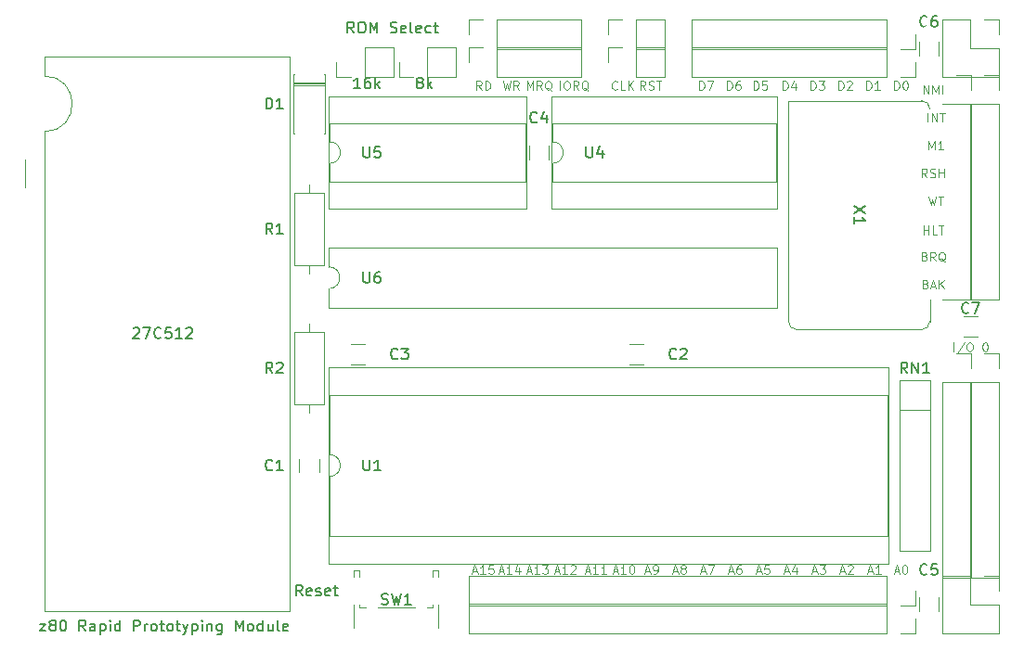
<source format=gto>
G04 #@! TF.GenerationSoftware,KiCad,Pcbnew,8.0.3-8.0.3-0~ubuntu20.04.1*
G04 #@! TF.CreationDate,2024-07-06T21:00:39-06:00*
G04 #@! TF.ProjectId,z80 RPM,7a383020-5250-44d2-9e6b-696361645f70,rev?*
G04 #@! TF.SameCoordinates,Original*
G04 #@! TF.FileFunction,Legend,Top*
G04 #@! TF.FilePolarity,Positive*
%FSLAX46Y46*%
G04 Gerber Fmt 4.6, Leading zero omitted, Abs format (unit mm)*
G04 Created by KiCad (PCBNEW 8.0.3-8.0.3-0~ubuntu20.04.1) date 2024-07-06 21:00:39*
%MOMM*%
%LPD*%
G01*
G04 APERTURE LIST*
%ADD10C,0.120000*%
%ADD11C,0.150000*%
%ADD12C,0.100000*%
%ADD13R,1.700000X1.700000*%
%ADD14O,1.700000X1.700000*%
%ADD15R,2.000000X1.440000*%
%ADD16O,2.000000X1.440000*%
%ADD17R,1.600000X1.600000*%
%ADD18C,1.600000*%
%ADD19O,1.600000X1.600000*%
%ADD20R,2.200000X2.200000*%
%ADD21O,2.200000X2.200000*%
%ADD22C,3.600000*%
%ADD23C,5.600000*%
%ADD24C,2.100000*%
%ADD25C,1.750000*%
G04 APERTURE END LIST*
D10*
X191046191Y-74658855D02*
X191046191Y-73858855D01*
X191427143Y-74658855D02*
X191427143Y-73858855D01*
X191427143Y-73858855D02*
X191884286Y-74658855D01*
X191884286Y-74658855D02*
X191884286Y-73858855D01*
X192150952Y-73858855D02*
X192608095Y-73858855D01*
X192379523Y-74658855D02*
X192379523Y-73858855D01*
X190830285Y-89479807D02*
X190944571Y-89517902D01*
X190944571Y-89517902D02*
X190982666Y-89555998D01*
X190982666Y-89555998D02*
X191020762Y-89632188D01*
X191020762Y-89632188D02*
X191020762Y-89746474D01*
X191020762Y-89746474D02*
X190982666Y-89822664D01*
X190982666Y-89822664D02*
X190944571Y-89860760D01*
X190944571Y-89860760D02*
X190868381Y-89898855D01*
X190868381Y-89898855D02*
X190563619Y-89898855D01*
X190563619Y-89898855D02*
X190563619Y-89098855D01*
X190563619Y-89098855D02*
X190830285Y-89098855D01*
X190830285Y-89098855D02*
X190906476Y-89136950D01*
X190906476Y-89136950D02*
X190944571Y-89175045D01*
X190944571Y-89175045D02*
X190982666Y-89251236D01*
X190982666Y-89251236D02*
X190982666Y-89327426D01*
X190982666Y-89327426D02*
X190944571Y-89403617D01*
X190944571Y-89403617D02*
X190906476Y-89441712D01*
X190906476Y-89441712D02*
X190830285Y-89479807D01*
X190830285Y-89479807D02*
X190563619Y-89479807D01*
X191325523Y-89670283D02*
X191706476Y-89670283D01*
X191249333Y-89898855D02*
X191516000Y-89098855D01*
X191516000Y-89098855D02*
X191782666Y-89898855D01*
X192049333Y-89898855D02*
X192049333Y-89098855D01*
X192506476Y-89898855D02*
X192163618Y-89441712D01*
X192506476Y-89098855D02*
X192049333Y-89555998D01*
X157511905Y-71737855D02*
X157511905Y-70937855D01*
X158045238Y-70937855D02*
X158197619Y-70937855D01*
X158197619Y-70937855D02*
X158273809Y-70975950D01*
X158273809Y-70975950D02*
X158350000Y-71052140D01*
X158350000Y-71052140D02*
X158388095Y-71204521D01*
X158388095Y-71204521D02*
X158388095Y-71471188D01*
X158388095Y-71471188D02*
X158350000Y-71623569D01*
X158350000Y-71623569D02*
X158273809Y-71699760D01*
X158273809Y-71699760D02*
X158197619Y-71737855D01*
X158197619Y-71737855D02*
X158045238Y-71737855D01*
X158045238Y-71737855D02*
X157969047Y-71699760D01*
X157969047Y-71699760D02*
X157892857Y-71623569D01*
X157892857Y-71623569D02*
X157854761Y-71471188D01*
X157854761Y-71471188D02*
X157854761Y-71204521D01*
X157854761Y-71204521D02*
X157892857Y-71052140D01*
X157892857Y-71052140D02*
X157969047Y-70975950D01*
X157969047Y-70975950D02*
X158045238Y-70937855D01*
X159188095Y-71737855D02*
X158921428Y-71356902D01*
X158730952Y-71737855D02*
X158730952Y-70937855D01*
X158730952Y-70937855D02*
X159035714Y-70937855D01*
X159035714Y-70937855D02*
X159111904Y-70975950D01*
X159111904Y-70975950D02*
X159149999Y-71014045D01*
X159149999Y-71014045D02*
X159188095Y-71090236D01*
X159188095Y-71090236D02*
X159188095Y-71204521D01*
X159188095Y-71204521D02*
X159149999Y-71280712D01*
X159149999Y-71280712D02*
X159111904Y-71318807D01*
X159111904Y-71318807D02*
X159035714Y-71356902D01*
X159035714Y-71356902D02*
X158730952Y-71356902D01*
X160064285Y-71814045D02*
X159988095Y-71775950D01*
X159988095Y-71775950D02*
X159911904Y-71699760D01*
X159911904Y-71699760D02*
X159797618Y-71585474D01*
X159797618Y-71585474D02*
X159721428Y-71547379D01*
X159721428Y-71547379D02*
X159645237Y-71547379D01*
X159683333Y-71737855D02*
X159607142Y-71699760D01*
X159607142Y-71699760D02*
X159530952Y-71623569D01*
X159530952Y-71623569D02*
X159492856Y-71471188D01*
X159492856Y-71471188D02*
X159492856Y-71204521D01*
X159492856Y-71204521D02*
X159530952Y-71052140D01*
X159530952Y-71052140D02*
X159607142Y-70975950D01*
X159607142Y-70975950D02*
X159683333Y-70937855D01*
X159683333Y-70937855D02*
X159835714Y-70937855D01*
X159835714Y-70937855D02*
X159911904Y-70975950D01*
X159911904Y-70975950D02*
X159988095Y-71052140D01*
X159988095Y-71052140D02*
X160026190Y-71204521D01*
X160026190Y-71204521D02*
X160026190Y-71471188D01*
X160026190Y-71471188D02*
X159988095Y-71623569D01*
X159988095Y-71623569D02*
X159911904Y-71699760D01*
X159911904Y-71699760D02*
X159835714Y-71737855D01*
X159835714Y-71737855D02*
X159683333Y-71737855D01*
X180530571Y-115705283D02*
X180911524Y-115705283D01*
X180454381Y-115933855D02*
X180721048Y-115133855D01*
X180721048Y-115133855D02*
X180987714Y-115933855D01*
X181178190Y-115133855D02*
X181673428Y-115133855D01*
X181673428Y-115133855D02*
X181406762Y-115438617D01*
X181406762Y-115438617D02*
X181521047Y-115438617D01*
X181521047Y-115438617D02*
X181597238Y-115476712D01*
X181597238Y-115476712D02*
X181635333Y-115514807D01*
X181635333Y-115514807D02*
X181673428Y-115590998D01*
X181673428Y-115590998D02*
X181673428Y-115781474D01*
X181673428Y-115781474D02*
X181635333Y-115857664D01*
X181635333Y-115857664D02*
X181597238Y-115895760D01*
X181597238Y-115895760D02*
X181521047Y-115933855D01*
X181521047Y-115933855D02*
X181292476Y-115933855D01*
X181292476Y-115933855D02*
X181216285Y-115895760D01*
X181216285Y-115895760D02*
X181178190Y-115857664D01*
X172764524Y-71737855D02*
X172764524Y-70937855D01*
X172764524Y-70937855D02*
X172955000Y-70937855D01*
X172955000Y-70937855D02*
X173069286Y-70975950D01*
X173069286Y-70975950D02*
X173145476Y-71052140D01*
X173145476Y-71052140D02*
X173183571Y-71128331D01*
X173183571Y-71128331D02*
X173221667Y-71280712D01*
X173221667Y-71280712D02*
X173221667Y-71394998D01*
X173221667Y-71394998D02*
X173183571Y-71547379D01*
X173183571Y-71547379D02*
X173145476Y-71623569D01*
X173145476Y-71623569D02*
X173069286Y-71699760D01*
X173069286Y-71699760D02*
X172955000Y-71737855D01*
X172955000Y-71737855D02*
X172764524Y-71737855D01*
X173907381Y-70937855D02*
X173755000Y-70937855D01*
X173755000Y-70937855D02*
X173678809Y-70975950D01*
X173678809Y-70975950D02*
X173640714Y-71014045D01*
X173640714Y-71014045D02*
X173564524Y-71128331D01*
X173564524Y-71128331D02*
X173526428Y-71280712D01*
X173526428Y-71280712D02*
X173526428Y-71585474D01*
X173526428Y-71585474D02*
X173564524Y-71661664D01*
X173564524Y-71661664D02*
X173602619Y-71699760D01*
X173602619Y-71699760D02*
X173678809Y-71737855D01*
X173678809Y-71737855D02*
X173831190Y-71737855D01*
X173831190Y-71737855D02*
X173907381Y-71699760D01*
X173907381Y-71699760D02*
X173945476Y-71661664D01*
X173945476Y-71661664D02*
X173983571Y-71585474D01*
X173983571Y-71585474D02*
X173983571Y-71394998D01*
X173983571Y-71394998D02*
X173945476Y-71318807D01*
X173945476Y-71318807D02*
X173907381Y-71280712D01*
X173907381Y-71280712D02*
X173831190Y-71242617D01*
X173831190Y-71242617D02*
X173678809Y-71242617D01*
X173678809Y-71242617D02*
X173602619Y-71280712D01*
X173602619Y-71280712D02*
X173564524Y-71318807D01*
X173564524Y-71318807D02*
X173526428Y-71394998D01*
X188004524Y-71737855D02*
X188004524Y-70937855D01*
X188004524Y-70937855D02*
X188195000Y-70937855D01*
X188195000Y-70937855D02*
X188309286Y-70975950D01*
X188309286Y-70975950D02*
X188385476Y-71052140D01*
X188385476Y-71052140D02*
X188423571Y-71128331D01*
X188423571Y-71128331D02*
X188461667Y-71280712D01*
X188461667Y-71280712D02*
X188461667Y-71394998D01*
X188461667Y-71394998D02*
X188423571Y-71547379D01*
X188423571Y-71547379D02*
X188385476Y-71623569D01*
X188385476Y-71623569D02*
X188309286Y-71699760D01*
X188309286Y-71699760D02*
X188195000Y-71737855D01*
X188195000Y-71737855D02*
X188004524Y-71737855D01*
X188956905Y-70937855D02*
X189033095Y-70937855D01*
X189033095Y-70937855D02*
X189109286Y-70975950D01*
X189109286Y-70975950D02*
X189147381Y-71014045D01*
X189147381Y-71014045D02*
X189185476Y-71090236D01*
X189185476Y-71090236D02*
X189223571Y-71242617D01*
X189223571Y-71242617D02*
X189223571Y-71433093D01*
X189223571Y-71433093D02*
X189185476Y-71585474D01*
X189185476Y-71585474D02*
X189147381Y-71661664D01*
X189147381Y-71661664D02*
X189109286Y-71699760D01*
X189109286Y-71699760D02*
X189033095Y-71737855D01*
X189033095Y-71737855D02*
X188956905Y-71737855D01*
X188956905Y-71737855D02*
X188880714Y-71699760D01*
X188880714Y-71699760D02*
X188842619Y-71661664D01*
X188842619Y-71661664D02*
X188804524Y-71585474D01*
X188804524Y-71585474D02*
X188766428Y-71433093D01*
X188766428Y-71433093D02*
X188766428Y-71242617D01*
X188766428Y-71242617D02*
X188804524Y-71090236D01*
X188804524Y-71090236D02*
X188842619Y-71014045D01*
X188842619Y-71014045D02*
X188880714Y-70975950D01*
X188880714Y-70975950D02*
X188956905Y-70937855D01*
X180384524Y-71737855D02*
X180384524Y-70937855D01*
X180384524Y-70937855D02*
X180575000Y-70937855D01*
X180575000Y-70937855D02*
X180689286Y-70975950D01*
X180689286Y-70975950D02*
X180765476Y-71052140D01*
X180765476Y-71052140D02*
X180803571Y-71128331D01*
X180803571Y-71128331D02*
X180841667Y-71280712D01*
X180841667Y-71280712D02*
X180841667Y-71394998D01*
X180841667Y-71394998D02*
X180803571Y-71547379D01*
X180803571Y-71547379D02*
X180765476Y-71623569D01*
X180765476Y-71623569D02*
X180689286Y-71699760D01*
X180689286Y-71699760D02*
X180575000Y-71737855D01*
X180575000Y-71737855D02*
X180384524Y-71737855D01*
X181108333Y-70937855D02*
X181603571Y-70937855D01*
X181603571Y-70937855D02*
X181336905Y-71242617D01*
X181336905Y-71242617D02*
X181451190Y-71242617D01*
X181451190Y-71242617D02*
X181527381Y-71280712D01*
X181527381Y-71280712D02*
X181565476Y-71318807D01*
X181565476Y-71318807D02*
X181603571Y-71394998D01*
X181603571Y-71394998D02*
X181603571Y-71585474D01*
X181603571Y-71585474D02*
X181565476Y-71661664D01*
X181565476Y-71661664D02*
X181527381Y-71699760D01*
X181527381Y-71699760D02*
X181451190Y-71737855D01*
X181451190Y-71737855D02*
X181222619Y-71737855D01*
X181222619Y-71737855D02*
X181146428Y-71699760D01*
X181146428Y-71699760D02*
X181108333Y-71661664D01*
X191122381Y-77198855D02*
X191122381Y-76398855D01*
X191122381Y-76398855D02*
X191389047Y-76970283D01*
X191389047Y-76970283D02*
X191655714Y-76398855D01*
X191655714Y-76398855D02*
X191655714Y-77198855D01*
X192455714Y-77198855D02*
X191998571Y-77198855D01*
X192227143Y-77198855D02*
X192227143Y-76398855D01*
X192227143Y-76398855D02*
X192150952Y-76513140D01*
X192150952Y-76513140D02*
X192074762Y-76589331D01*
X192074762Y-76589331D02*
X191998571Y-76627426D01*
X190754095Y-86939807D02*
X190868381Y-86977902D01*
X190868381Y-86977902D02*
X190906476Y-87015998D01*
X190906476Y-87015998D02*
X190944572Y-87092188D01*
X190944572Y-87092188D02*
X190944572Y-87206474D01*
X190944572Y-87206474D02*
X190906476Y-87282664D01*
X190906476Y-87282664D02*
X190868381Y-87320760D01*
X190868381Y-87320760D02*
X190792191Y-87358855D01*
X190792191Y-87358855D02*
X190487429Y-87358855D01*
X190487429Y-87358855D02*
X190487429Y-86558855D01*
X190487429Y-86558855D02*
X190754095Y-86558855D01*
X190754095Y-86558855D02*
X190830286Y-86596950D01*
X190830286Y-86596950D02*
X190868381Y-86635045D01*
X190868381Y-86635045D02*
X190906476Y-86711236D01*
X190906476Y-86711236D02*
X190906476Y-86787426D01*
X190906476Y-86787426D02*
X190868381Y-86863617D01*
X190868381Y-86863617D02*
X190830286Y-86901712D01*
X190830286Y-86901712D02*
X190754095Y-86939807D01*
X190754095Y-86939807D02*
X190487429Y-86939807D01*
X191744572Y-87358855D02*
X191477905Y-86977902D01*
X191287429Y-87358855D02*
X191287429Y-86558855D01*
X191287429Y-86558855D02*
X191592191Y-86558855D01*
X191592191Y-86558855D02*
X191668381Y-86596950D01*
X191668381Y-86596950D02*
X191706476Y-86635045D01*
X191706476Y-86635045D02*
X191744572Y-86711236D01*
X191744572Y-86711236D02*
X191744572Y-86825521D01*
X191744572Y-86825521D02*
X191706476Y-86901712D01*
X191706476Y-86901712D02*
X191668381Y-86939807D01*
X191668381Y-86939807D02*
X191592191Y-86977902D01*
X191592191Y-86977902D02*
X191287429Y-86977902D01*
X192620762Y-87435045D02*
X192544572Y-87396950D01*
X192544572Y-87396950D02*
X192468381Y-87320760D01*
X192468381Y-87320760D02*
X192354095Y-87206474D01*
X192354095Y-87206474D02*
X192277905Y-87168379D01*
X192277905Y-87168379D02*
X192201714Y-87168379D01*
X192239810Y-87358855D02*
X192163619Y-87320760D01*
X192163619Y-87320760D02*
X192087429Y-87244569D01*
X192087429Y-87244569D02*
X192049333Y-87092188D01*
X192049333Y-87092188D02*
X192049333Y-86825521D01*
X192049333Y-86825521D02*
X192087429Y-86673140D01*
X192087429Y-86673140D02*
X192163619Y-86596950D01*
X192163619Y-86596950D02*
X192239810Y-86558855D01*
X192239810Y-86558855D02*
X192392191Y-86558855D01*
X192392191Y-86558855D02*
X192468381Y-86596950D01*
X192468381Y-86596950D02*
X192544572Y-86673140D01*
X192544572Y-86673140D02*
X192582667Y-86825521D01*
X192582667Y-86825521D02*
X192582667Y-87092188D01*
X192582667Y-87092188D02*
X192544572Y-87244569D01*
X192544572Y-87244569D02*
X192468381Y-87320760D01*
X192468381Y-87320760D02*
X192392191Y-87358855D01*
X192392191Y-87358855D02*
X192239810Y-87358855D01*
X167830571Y-115705283D02*
X168211524Y-115705283D01*
X167754381Y-115933855D02*
X168021048Y-115133855D01*
X168021048Y-115133855D02*
X168287714Y-115933855D01*
X168668666Y-115476712D02*
X168592476Y-115438617D01*
X168592476Y-115438617D02*
X168554381Y-115400521D01*
X168554381Y-115400521D02*
X168516285Y-115324331D01*
X168516285Y-115324331D02*
X168516285Y-115286236D01*
X168516285Y-115286236D02*
X168554381Y-115210045D01*
X168554381Y-115210045D02*
X168592476Y-115171950D01*
X168592476Y-115171950D02*
X168668666Y-115133855D01*
X168668666Y-115133855D02*
X168821047Y-115133855D01*
X168821047Y-115133855D02*
X168897238Y-115171950D01*
X168897238Y-115171950D02*
X168935333Y-115210045D01*
X168935333Y-115210045D02*
X168973428Y-115286236D01*
X168973428Y-115286236D02*
X168973428Y-115324331D01*
X168973428Y-115324331D02*
X168935333Y-115400521D01*
X168935333Y-115400521D02*
X168897238Y-115438617D01*
X168897238Y-115438617D02*
X168821047Y-115476712D01*
X168821047Y-115476712D02*
X168668666Y-115476712D01*
X168668666Y-115476712D02*
X168592476Y-115514807D01*
X168592476Y-115514807D02*
X168554381Y-115552902D01*
X168554381Y-115552902D02*
X168516285Y-115629093D01*
X168516285Y-115629093D02*
X168516285Y-115781474D01*
X168516285Y-115781474D02*
X168554381Y-115857664D01*
X168554381Y-115857664D02*
X168592476Y-115895760D01*
X168592476Y-115895760D02*
X168668666Y-115933855D01*
X168668666Y-115933855D02*
X168821047Y-115933855D01*
X168821047Y-115933855D02*
X168897238Y-115895760D01*
X168897238Y-115895760D02*
X168935333Y-115857664D01*
X168935333Y-115857664D02*
X168973428Y-115781474D01*
X168973428Y-115781474D02*
X168973428Y-115629093D01*
X168973428Y-115629093D02*
X168935333Y-115552902D01*
X168935333Y-115552902D02*
X168897238Y-115514807D01*
X168897238Y-115514807D02*
X168821047Y-115476712D01*
X170224524Y-71737855D02*
X170224524Y-70937855D01*
X170224524Y-70937855D02*
X170415000Y-70937855D01*
X170415000Y-70937855D02*
X170529286Y-70975950D01*
X170529286Y-70975950D02*
X170605476Y-71052140D01*
X170605476Y-71052140D02*
X170643571Y-71128331D01*
X170643571Y-71128331D02*
X170681667Y-71280712D01*
X170681667Y-71280712D02*
X170681667Y-71394998D01*
X170681667Y-71394998D02*
X170643571Y-71547379D01*
X170643571Y-71547379D02*
X170605476Y-71623569D01*
X170605476Y-71623569D02*
X170529286Y-71699760D01*
X170529286Y-71699760D02*
X170415000Y-71737855D01*
X170415000Y-71737855D02*
X170224524Y-71737855D01*
X170948333Y-70937855D02*
X171481667Y-70937855D01*
X171481667Y-70937855D02*
X171138809Y-71737855D01*
X188023571Y-115705283D02*
X188404524Y-115705283D01*
X187947381Y-115933855D02*
X188214048Y-115133855D01*
X188214048Y-115133855D02*
X188480714Y-115933855D01*
X188899762Y-115133855D02*
X188975952Y-115133855D01*
X188975952Y-115133855D02*
X189052143Y-115171950D01*
X189052143Y-115171950D02*
X189090238Y-115210045D01*
X189090238Y-115210045D02*
X189128333Y-115286236D01*
X189128333Y-115286236D02*
X189166428Y-115438617D01*
X189166428Y-115438617D02*
X189166428Y-115629093D01*
X189166428Y-115629093D02*
X189128333Y-115781474D01*
X189128333Y-115781474D02*
X189090238Y-115857664D01*
X189090238Y-115857664D02*
X189052143Y-115895760D01*
X189052143Y-115895760D02*
X188975952Y-115933855D01*
X188975952Y-115933855D02*
X188899762Y-115933855D01*
X188899762Y-115933855D02*
X188823571Y-115895760D01*
X188823571Y-115895760D02*
X188785476Y-115857664D01*
X188785476Y-115857664D02*
X188747381Y-115781474D01*
X188747381Y-115781474D02*
X188709285Y-115629093D01*
X188709285Y-115629093D02*
X188709285Y-115438617D01*
X188709285Y-115438617D02*
X188747381Y-115286236D01*
X188747381Y-115286236D02*
X188785476Y-115210045D01*
X188785476Y-115210045D02*
X188823571Y-115171950D01*
X188823571Y-115171950D02*
X188899762Y-115133855D01*
X190658857Y-84945855D02*
X190658857Y-84145855D01*
X190658857Y-84526807D02*
X191116000Y-84526807D01*
X191116000Y-84945855D02*
X191116000Y-84145855D01*
X191877904Y-84945855D02*
X191496952Y-84945855D01*
X191496952Y-84945855D02*
X191496952Y-84145855D01*
X192030285Y-84145855D02*
X192487428Y-84145855D01*
X192258856Y-84945855D02*
X192258856Y-84145855D01*
X151955618Y-115705283D02*
X152336571Y-115705283D01*
X151879428Y-115933855D02*
X152146095Y-115133855D01*
X152146095Y-115133855D02*
X152412761Y-115933855D01*
X153098475Y-115933855D02*
X152641332Y-115933855D01*
X152869904Y-115933855D02*
X152869904Y-115133855D01*
X152869904Y-115133855D02*
X152793713Y-115248140D01*
X152793713Y-115248140D02*
X152717523Y-115324331D01*
X152717523Y-115324331D02*
X152641332Y-115362426D01*
X153784190Y-115400521D02*
X153784190Y-115933855D01*
X153593714Y-115095760D02*
X153403237Y-115667188D01*
X153403237Y-115667188D02*
X153898476Y-115667188D01*
X177990571Y-115705283D02*
X178371524Y-115705283D01*
X177914381Y-115933855D02*
X178181048Y-115133855D01*
X178181048Y-115133855D02*
X178447714Y-115933855D01*
X179057238Y-115400521D02*
X179057238Y-115933855D01*
X178866762Y-115095760D02*
X178676285Y-115667188D01*
X178676285Y-115667188D02*
X179171524Y-115667188D01*
X175450571Y-115705283D02*
X175831524Y-115705283D01*
X175374381Y-115933855D02*
X175641048Y-115133855D01*
X175641048Y-115133855D02*
X175907714Y-115933855D01*
X176555333Y-115133855D02*
X176174381Y-115133855D01*
X176174381Y-115133855D02*
X176136285Y-115514807D01*
X176136285Y-115514807D02*
X176174381Y-115476712D01*
X176174381Y-115476712D02*
X176250571Y-115438617D01*
X176250571Y-115438617D02*
X176441047Y-115438617D01*
X176441047Y-115438617D02*
X176517238Y-115476712D01*
X176517238Y-115476712D02*
X176555333Y-115514807D01*
X176555333Y-115514807D02*
X176593428Y-115590998D01*
X176593428Y-115590998D02*
X176593428Y-115781474D01*
X176593428Y-115781474D02*
X176555333Y-115857664D01*
X176555333Y-115857664D02*
X176517238Y-115895760D01*
X176517238Y-115895760D02*
X176441047Y-115933855D01*
X176441047Y-115933855D02*
X176250571Y-115933855D01*
X176250571Y-115933855D02*
X176174381Y-115895760D01*
X176174381Y-115895760D02*
X176136285Y-115857664D01*
X193421191Y-95613855D02*
X193421191Y-94813855D01*
X194373571Y-94775760D02*
X193687857Y-95804331D01*
X194792619Y-94813855D02*
X194945000Y-94813855D01*
X194945000Y-94813855D02*
X195021190Y-94851950D01*
X195021190Y-94851950D02*
X195097381Y-94928140D01*
X195097381Y-94928140D02*
X195135476Y-95080521D01*
X195135476Y-95080521D02*
X195135476Y-95347188D01*
X195135476Y-95347188D02*
X195097381Y-95499569D01*
X195097381Y-95499569D02*
X195021190Y-95575760D01*
X195021190Y-95575760D02*
X194945000Y-95613855D01*
X194945000Y-95613855D02*
X194792619Y-95613855D01*
X194792619Y-95613855D02*
X194716428Y-95575760D01*
X194716428Y-95575760D02*
X194640238Y-95499569D01*
X194640238Y-95499569D02*
X194602142Y-95347188D01*
X194602142Y-95347188D02*
X194602142Y-95080521D01*
X194602142Y-95080521D02*
X194640238Y-94928140D01*
X194640238Y-94928140D02*
X194716428Y-94851950D01*
X194716428Y-94851950D02*
X194792619Y-94813855D01*
X196240238Y-94813855D02*
X196316428Y-94813855D01*
X196316428Y-94813855D02*
X196392619Y-94851950D01*
X196392619Y-94851950D02*
X196430714Y-94890045D01*
X196430714Y-94890045D02*
X196468809Y-94966236D01*
X196468809Y-94966236D02*
X196506904Y-95118617D01*
X196506904Y-95118617D02*
X196506904Y-95309093D01*
X196506904Y-95309093D02*
X196468809Y-95461474D01*
X196468809Y-95461474D02*
X196430714Y-95537664D01*
X196430714Y-95537664D02*
X196392619Y-95575760D01*
X196392619Y-95575760D02*
X196316428Y-95613855D01*
X196316428Y-95613855D02*
X196240238Y-95613855D01*
X196240238Y-95613855D02*
X196164047Y-95575760D01*
X196164047Y-95575760D02*
X196125952Y-95537664D01*
X196125952Y-95537664D02*
X196087857Y-95461474D01*
X196087857Y-95461474D02*
X196049761Y-95309093D01*
X196049761Y-95309093D02*
X196049761Y-95118617D01*
X196049761Y-95118617D02*
X196087857Y-94966236D01*
X196087857Y-94966236D02*
X196125952Y-94890045D01*
X196125952Y-94890045D02*
X196164047Y-94851950D01*
X196164047Y-94851950D02*
X196240238Y-94813855D01*
X154495618Y-115705283D02*
X154876571Y-115705283D01*
X154419428Y-115933855D02*
X154686095Y-115133855D01*
X154686095Y-115133855D02*
X154952761Y-115933855D01*
X155638475Y-115933855D02*
X155181332Y-115933855D01*
X155409904Y-115933855D02*
X155409904Y-115133855D01*
X155409904Y-115133855D02*
X155333713Y-115248140D01*
X155333713Y-115248140D02*
X155257523Y-115324331D01*
X155257523Y-115324331D02*
X155181332Y-115362426D01*
X155905142Y-115133855D02*
X156400380Y-115133855D01*
X156400380Y-115133855D02*
X156133714Y-115438617D01*
X156133714Y-115438617D02*
X156247999Y-115438617D01*
X156247999Y-115438617D02*
X156324190Y-115476712D01*
X156324190Y-115476712D02*
X156362285Y-115514807D01*
X156362285Y-115514807D02*
X156400380Y-115590998D01*
X156400380Y-115590998D02*
X156400380Y-115781474D01*
X156400380Y-115781474D02*
X156362285Y-115857664D01*
X156362285Y-115857664D02*
X156324190Y-115895760D01*
X156324190Y-115895760D02*
X156247999Y-115933855D01*
X156247999Y-115933855D02*
X156019428Y-115933855D01*
X156019428Y-115933855D02*
X155943237Y-115895760D01*
X155943237Y-115895760D02*
X155905142Y-115857664D01*
X182924524Y-71737855D02*
X182924524Y-70937855D01*
X182924524Y-70937855D02*
X183115000Y-70937855D01*
X183115000Y-70937855D02*
X183229286Y-70975950D01*
X183229286Y-70975950D02*
X183305476Y-71052140D01*
X183305476Y-71052140D02*
X183343571Y-71128331D01*
X183343571Y-71128331D02*
X183381667Y-71280712D01*
X183381667Y-71280712D02*
X183381667Y-71394998D01*
X183381667Y-71394998D02*
X183343571Y-71547379D01*
X183343571Y-71547379D02*
X183305476Y-71623569D01*
X183305476Y-71623569D02*
X183229286Y-71699760D01*
X183229286Y-71699760D02*
X183115000Y-71737855D01*
X183115000Y-71737855D02*
X182924524Y-71737855D01*
X183686428Y-71014045D02*
X183724524Y-70975950D01*
X183724524Y-70975950D02*
X183800714Y-70937855D01*
X183800714Y-70937855D02*
X183991190Y-70937855D01*
X183991190Y-70937855D02*
X184067381Y-70975950D01*
X184067381Y-70975950D02*
X184105476Y-71014045D01*
X184105476Y-71014045D02*
X184143571Y-71090236D01*
X184143571Y-71090236D02*
X184143571Y-71166426D01*
X184143571Y-71166426D02*
X184105476Y-71280712D01*
X184105476Y-71280712D02*
X183648333Y-71737855D01*
X183648333Y-71737855D02*
X184143571Y-71737855D01*
X185610571Y-115705283D02*
X185991524Y-115705283D01*
X185534381Y-115933855D02*
X185801048Y-115133855D01*
X185801048Y-115133855D02*
X186067714Y-115933855D01*
X186753428Y-115933855D02*
X186296285Y-115933855D01*
X186524857Y-115933855D02*
X186524857Y-115133855D01*
X186524857Y-115133855D02*
X186448666Y-115248140D01*
X186448666Y-115248140D02*
X186372476Y-115324331D01*
X186372476Y-115324331D02*
X186296285Y-115362426D01*
X159829618Y-115705283D02*
X160210571Y-115705283D01*
X159753428Y-115933855D02*
X160020095Y-115133855D01*
X160020095Y-115133855D02*
X160286761Y-115933855D01*
X160972475Y-115933855D02*
X160515332Y-115933855D01*
X160743904Y-115933855D02*
X160743904Y-115133855D01*
X160743904Y-115133855D02*
X160667713Y-115248140D01*
X160667713Y-115248140D02*
X160591523Y-115324331D01*
X160591523Y-115324331D02*
X160515332Y-115362426D01*
X161734380Y-115933855D02*
X161277237Y-115933855D01*
X161505809Y-115933855D02*
X161505809Y-115133855D01*
X161505809Y-115133855D02*
X161429618Y-115248140D01*
X161429618Y-115248140D02*
X161353428Y-115324331D01*
X161353428Y-115324331D02*
X161277237Y-115362426D01*
X157035618Y-115705283D02*
X157416571Y-115705283D01*
X156959428Y-115933855D02*
X157226095Y-115133855D01*
X157226095Y-115133855D02*
X157492761Y-115933855D01*
X158178475Y-115933855D02*
X157721332Y-115933855D01*
X157949904Y-115933855D02*
X157949904Y-115133855D01*
X157949904Y-115133855D02*
X157873713Y-115248140D01*
X157873713Y-115248140D02*
X157797523Y-115324331D01*
X157797523Y-115324331D02*
X157721332Y-115362426D01*
X158483237Y-115210045D02*
X158521333Y-115171950D01*
X158521333Y-115171950D02*
X158597523Y-115133855D01*
X158597523Y-115133855D02*
X158787999Y-115133855D01*
X158787999Y-115133855D02*
X158864190Y-115171950D01*
X158864190Y-115171950D02*
X158902285Y-115210045D01*
X158902285Y-115210045D02*
X158940380Y-115286236D01*
X158940380Y-115286236D02*
X158940380Y-115362426D01*
X158940380Y-115362426D02*
X158902285Y-115476712D01*
X158902285Y-115476712D02*
X158445142Y-115933855D01*
X158445142Y-115933855D02*
X158940380Y-115933855D01*
X152292142Y-70937855D02*
X152482618Y-71737855D01*
X152482618Y-71737855D02*
X152634999Y-71166426D01*
X152634999Y-71166426D02*
X152787380Y-71737855D01*
X152787380Y-71737855D02*
X152977857Y-70937855D01*
X153739762Y-71737855D02*
X153473095Y-71356902D01*
X153282619Y-71737855D02*
X153282619Y-70937855D01*
X153282619Y-70937855D02*
X153587381Y-70937855D01*
X153587381Y-70937855D02*
X153663571Y-70975950D01*
X153663571Y-70975950D02*
X153701666Y-71014045D01*
X153701666Y-71014045D02*
X153739762Y-71090236D01*
X153739762Y-71090236D02*
X153739762Y-71204521D01*
X153739762Y-71204521D02*
X153701666Y-71280712D01*
X153701666Y-71280712D02*
X153663571Y-71318807D01*
X153663571Y-71318807D02*
X153587381Y-71356902D01*
X153587381Y-71356902D02*
X153282619Y-71356902D01*
X165290571Y-115705283D02*
X165671524Y-115705283D01*
X165214381Y-115933855D02*
X165481048Y-115133855D01*
X165481048Y-115133855D02*
X165747714Y-115933855D01*
X166052476Y-115933855D02*
X166204857Y-115933855D01*
X166204857Y-115933855D02*
X166281047Y-115895760D01*
X166281047Y-115895760D02*
X166319143Y-115857664D01*
X166319143Y-115857664D02*
X166395333Y-115743379D01*
X166395333Y-115743379D02*
X166433428Y-115590998D01*
X166433428Y-115590998D02*
X166433428Y-115286236D01*
X166433428Y-115286236D02*
X166395333Y-115210045D01*
X166395333Y-115210045D02*
X166357238Y-115171950D01*
X166357238Y-115171950D02*
X166281047Y-115133855D01*
X166281047Y-115133855D02*
X166128666Y-115133855D01*
X166128666Y-115133855D02*
X166052476Y-115171950D01*
X166052476Y-115171950D02*
X166014381Y-115210045D01*
X166014381Y-115210045D02*
X165976285Y-115286236D01*
X165976285Y-115286236D02*
X165976285Y-115476712D01*
X165976285Y-115476712D02*
X166014381Y-115552902D01*
X166014381Y-115552902D02*
X166052476Y-115590998D01*
X166052476Y-115590998D02*
X166128666Y-115629093D01*
X166128666Y-115629093D02*
X166281047Y-115629093D01*
X166281047Y-115629093D02*
X166357238Y-115590998D01*
X166357238Y-115590998D02*
X166395333Y-115552902D01*
X166395333Y-115552902D02*
X166433428Y-115476712D01*
X170370571Y-115705283D02*
X170751524Y-115705283D01*
X170294381Y-115933855D02*
X170561048Y-115133855D01*
X170561048Y-115133855D02*
X170827714Y-115933855D01*
X171018190Y-115133855D02*
X171551524Y-115133855D01*
X171551524Y-115133855D02*
X171208666Y-115933855D01*
D11*
X134016904Y-117929819D02*
X133683571Y-117453628D01*
X133445476Y-117929819D02*
X133445476Y-116929819D01*
X133445476Y-116929819D02*
X133826428Y-116929819D01*
X133826428Y-116929819D02*
X133921666Y-116977438D01*
X133921666Y-116977438D02*
X133969285Y-117025057D01*
X133969285Y-117025057D02*
X134016904Y-117120295D01*
X134016904Y-117120295D02*
X134016904Y-117263152D01*
X134016904Y-117263152D02*
X133969285Y-117358390D01*
X133969285Y-117358390D02*
X133921666Y-117406009D01*
X133921666Y-117406009D02*
X133826428Y-117453628D01*
X133826428Y-117453628D02*
X133445476Y-117453628D01*
X134826428Y-117882200D02*
X134731190Y-117929819D01*
X134731190Y-117929819D02*
X134540714Y-117929819D01*
X134540714Y-117929819D02*
X134445476Y-117882200D01*
X134445476Y-117882200D02*
X134397857Y-117786961D01*
X134397857Y-117786961D02*
X134397857Y-117406009D01*
X134397857Y-117406009D02*
X134445476Y-117310771D01*
X134445476Y-117310771D02*
X134540714Y-117263152D01*
X134540714Y-117263152D02*
X134731190Y-117263152D01*
X134731190Y-117263152D02*
X134826428Y-117310771D01*
X134826428Y-117310771D02*
X134874047Y-117406009D01*
X134874047Y-117406009D02*
X134874047Y-117501247D01*
X134874047Y-117501247D02*
X134397857Y-117596485D01*
X135255000Y-117882200D02*
X135350238Y-117929819D01*
X135350238Y-117929819D02*
X135540714Y-117929819D01*
X135540714Y-117929819D02*
X135635952Y-117882200D01*
X135635952Y-117882200D02*
X135683571Y-117786961D01*
X135683571Y-117786961D02*
X135683571Y-117739342D01*
X135683571Y-117739342D02*
X135635952Y-117644104D01*
X135635952Y-117644104D02*
X135540714Y-117596485D01*
X135540714Y-117596485D02*
X135397857Y-117596485D01*
X135397857Y-117596485D02*
X135302619Y-117548866D01*
X135302619Y-117548866D02*
X135255000Y-117453628D01*
X135255000Y-117453628D02*
X135255000Y-117406009D01*
X135255000Y-117406009D02*
X135302619Y-117310771D01*
X135302619Y-117310771D02*
X135397857Y-117263152D01*
X135397857Y-117263152D02*
X135540714Y-117263152D01*
X135540714Y-117263152D02*
X135635952Y-117310771D01*
X136493095Y-117882200D02*
X136397857Y-117929819D01*
X136397857Y-117929819D02*
X136207381Y-117929819D01*
X136207381Y-117929819D02*
X136112143Y-117882200D01*
X136112143Y-117882200D02*
X136064524Y-117786961D01*
X136064524Y-117786961D02*
X136064524Y-117406009D01*
X136064524Y-117406009D02*
X136112143Y-117310771D01*
X136112143Y-117310771D02*
X136207381Y-117263152D01*
X136207381Y-117263152D02*
X136397857Y-117263152D01*
X136397857Y-117263152D02*
X136493095Y-117310771D01*
X136493095Y-117310771D02*
X136540714Y-117406009D01*
X136540714Y-117406009D02*
X136540714Y-117501247D01*
X136540714Y-117501247D02*
X136064524Y-117596485D01*
X136826429Y-117263152D02*
X137207381Y-117263152D01*
X136969286Y-116929819D02*
X136969286Y-117786961D01*
X136969286Y-117786961D02*
X137016905Y-117882200D01*
X137016905Y-117882200D02*
X137112143Y-117929819D01*
X137112143Y-117929819D02*
X137207381Y-117929819D01*
D10*
X183070571Y-115705283D02*
X183451524Y-115705283D01*
X182994381Y-115933855D02*
X183261048Y-115133855D01*
X183261048Y-115133855D02*
X183527714Y-115933855D01*
X183756285Y-115210045D02*
X183794381Y-115171950D01*
X183794381Y-115171950D02*
X183870571Y-115133855D01*
X183870571Y-115133855D02*
X184061047Y-115133855D01*
X184061047Y-115133855D02*
X184137238Y-115171950D01*
X184137238Y-115171950D02*
X184175333Y-115210045D01*
X184175333Y-115210045D02*
X184213428Y-115286236D01*
X184213428Y-115286236D02*
X184213428Y-115362426D01*
X184213428Y-115362426D02*
X184175333Y-115476712D01*
X184175333Y-115476712D02*
X183718190Y-115933855D01*
X183718190Y-115933855D02*
X184213428Y-115933855D01*
X175177524Y-71737855D02*
X175177524Y-70937855D01*
X175177524Y-70937855D02*
X175368000Y-70937855D01*
X175368000Y-70937855D02*
X175482286Y-70975950D01*
X175482286Y-70975950D02*
X175558476Y-71052140D01*
X175558476Y-71052140D02*
X175596571Y-71128331D01*
X175596571Y-71128331D02*
X175634667Y-71280712D01*
X175634667Y-71280712D02*
X175634667Y-71394998D01*
X175634667Y-71394998D02*
X175596571Y-71547379D01*
X175596571Y-71547379D02*
X175558476Y-71623569D01*
X175558476Y-71623569D02*
X175482286Y-71699760D01*
X175482286Y-71699760D02*
X175368000Y-71737855D01*
X175368000Y-71737855D02*
X175177524Y-71737855D01*
X176358476Y-70937855D02*
X175977524Y-70937855D01*
X175977524Y-70937855D02*
X175939428Y-71318807D01*
X175939428Y-71318807D02*
X175977524Y-71280712D01*
X175977524Y-71280712D02*
X176053714Y-71242617D01*
X176053714Y-71242617D02*
X176244190Y-71242617D01*
X176244190Y-71242617D02*
X176320381Y-71280712D01*
X176320381Y-71280712D02*
X176358476Y-71318807D01*
X176358476Y-71318807D02*
X176396571Y-71394998D01*
X176396571Y-71394998D02*
X176396571Y-71585474D01*
X176396571Y-71585474D02*
X176358476Y-71661664D01*
X176358476Y-71661664D02*
X176320381Y-71699760D01*
X176320381Y-71699760D02*
X176244190Y-71737855D01*
X176244190Y-71737855D02*
X176053714Y-71737855D01*
X176053714Y-71737855D02*
X175977524Y-71699760D01*
X175977524Y-71699760D02*
X175939428Y-71661664D01*
X154489286Y-71737855D02*
X154489286Y-70937855D01*
X154489286Y-70937855D02*
X154755952Y-71509283D01*
X154755952Y-71509283D02*
X155022619Y-70937855D01*
X155022619Y-70937855D02*
X155022619Y-71737855D01*
X155860715Y-71737855D02*
X155594048Y-71356902D01*
X155403572Y-71737855D02*
X155403572Y-70937855D01*
X155403572Y-70937855D02*
X155708334Y-70937855D01*
X155708334Y-70937855D02*
X155784524Y-70975950D01*
X155784524Y-70975950D02*
X155822619Y-71014045D01*
X155822619Y-71014045D02*
X155860715Y-71090236D01*
X155860715Y-71090236D02*
X155860715Y-71204521D01*
X155860715Y-71204521D02*
X155822619Y-71280712D01*
X155822619Y-71280712D02*
X155784524Y-71318807D01*
X155784524Y-71318807D02*
X155708334Y-71356902D01*
X155708334Y-71356902D02*
X155403572Y-71356902D01*
X156736905Y-71814045D02*
X156660715Y-71775950D01*
X156660715Y-71775950D02*
X156584524Y-71699760D01*
X156584524Y-71699760D02*
X156470238Y-71585474D01*
X156470238Y-71585474D02*
X156394048Y-71547379D01*
X156394048Y-71547379D02*
X156317857Y-71547379D01*
X156355953Y-71737855D02*
X156279762Y-71699760D01*
X156279762Y-71699760D02*
X156203572Y-71623569D01*
X156203572Y-71623569D02*
X156165476Y-71471188D01*
X156165476Y-71471188D02*
X156165476Y-71204521D01*
X156165476Y-71204521D02*
X156203572Y-71052140D01*
X156203572Y-71052140D02*
X156279762Y-70975950D01*
X156279762Y-70975950D02*
X156355953Y-70937855D01*
X156355953Y-70937855D02*
X156508334Y-70937855D01*
X156508334Y-70937855D02*
X156584524Y-70975950D01*
X156584524Y-70975950D02*
X156660715Y-71052140D01*
X156660715Y-71052140D02*
X156698810Y-71204521D01*
X156698810Y-71204521D02*
X156698810Y-71471188D01*
X156698810Y-71471188D02*
X156660715Y-71623569D01*
X156660715Y-71623569D02*
X156584524Y-71699760D01*
X156584524Y-71699760D02*
X156508334Y-71737855D01*
X156508334Y-71737855D02*
X156355953Y-71737855D01*
X162718810Y-71661664D02*
X162680714Y-71699760D01*
X162680714Y-71699760D02*
X162566429Y-71737855D01*
X162566429Y-71737855D02*
X162490238Y-71737855D01*
X162490238Y-71737855D02*
X162375952Y-71699760D01*
X162375952Y-71699760D02*
X162299762Y-71623569D01*
X162299762Y-71623569D02*
X162261667Y-71547379D01*
X162261667Y-71547379D02*
X162223571Y-71394998D01*
X162223571Y-71394998D02*
X162223571Y-71280712D01*
X162223571Y-71280712D02*
X162261667Y-71128331D01*
X162261667Y-71128331D02*
X162299762Y-71052140D01*
X162299762Y-71052140D02*
X162375952Y-70975950D01*
X162375952Y-70975950D02*
X162490238Y-70937855D01*
X162490238Y-70937855D02*
X162566429Y-70937855D01*
X162566429Y-70937855D02*
X162680714Y-70975950D01*
X162680714Y-70975950D02*
X162718810Y-71014045D01*
X163442619Y-71737855D02*
X163061667Y-71737855D01*
X163061667Y-71737855D02*
X163061667Y-70937855D01*
X163709286Y-71737855D02*
X163709286Y-70937855D01*
X164166429Y-71737855D02*
X163823571Y-71280712D01*
X164166429Y-70937855D02*
X163709286Y-71394998D01*
X185464524Y-71737855D02*
X185464524Y-70937855D01*
X185464524Y-70937855D02*
X185655000Y-70937855D01*
X185655000Y-70937855D02*
X185769286Y-70975950D01*
X185769286Y-70975950D02*
X185845476Y-71052140D01*
X185845476Y-71052140D02*
X185883571Y-71128331D01*
X185883571Y-71128331D02*
X185921667Y-71280712D01*
X185921667Y-71280712D02*
X185921667Y-71394998D01*
X185921667Y-71394998D02*
X185883571Y-71547379D01*
X185883571Y-71547379D02*
X185845476Y-71623569D01*
X185845476Y-71623569D02*
X185769286Y-71699760D01*
X185769286Y-71699760D02*
X185655000Y-71737855D01*
X185655000Y-71737855D02*
X185464524Y-71737855D01*
X186683571Y-71737855D02*
X186226428Y-71737855D01*
X186455000Y-71737855D02*
X186455000Y-70937855D01*
X186455000Y-70937855D02*
X186378809Y-71052140D01*
X186378809Y-71052140D02*
X186302619Y-71128331D01*
X186302619Y-71128331D02*
X186226428Y-71166426D01*
X149542618Y-115705283D02*
X149923571Y-115705283D01*
X149466428Y-115933855D02*
X149733095Y-115133855D01*
X149733095Y-115133855D02*
X149999761Y-115933855D01*
X150685475Y-115933855D02*
X150228332Y-115933855D01*
X150456904Y-115933855D02*
X150456904Y-115133855D01*
X150456904Y-115133855D02*
X150380713Y-115248140D01*
X150380713Y-115248140D02*
X150304523Y-115324331D01*
X150304523Y-115324331D02*
X150228332Y-115362426D01*
X151409285Y-115133855D02*
X151028333Y-115133855D01*
X151028333Y-115133855D02*
X150990237Y-115514807D01*
X150990237Y-115514807D02*
X151028333Y-115476712D01*
X151028333Y-115476712D02*
X151104523Y-115438617D01*
X151104523Y-115438617D02*
X151294999Y-115438617D01*
X151294999Y-115438617D02*
X151371190Y-115476712D01*
X151371190Y-115476712D02*
X151409285Y-115514807D01*
X151409285Y-115514807D02*
X151447380Y-115590998D01*
X151447380Y-115590998D02*
X151447380Y-115781474D01*
X151447380Y-115781474D02*
X151409285Y-115857664D01*
X151409285Y-115857664D02*
X151371190Y-115895760D01*
X151371190Y-115895760D02*
X151294999Y-115933855D01*
X151294999Y-115933855D02*
X151104523Y-115933855D01*
X151104523Y-115933855D02*
X151028333Y-115895760D01*
X151028333Y-115895760D02*
X150990237Y-115857664D01*
D11*
X110096541Y-120488152D02*
X110620350Y-120488152D01*
X110620350Y-120488152D02*
X110096541Y-121154819D01*
X110096541Y-121154819D02*
X110620350Y-121154819D01*
X111144160Y-120583390D02*
X111048922Y-120535771D01*
X111048922Y-120535771D02*
X111001303Y-120488152D01*
X111001303Y-120488152D02*
X110953684Y-120392914D01*
X110953684Y-120392914D02*
X110953684Y-120345295D01*
X110953684Y-120345295D02*
X111001303Y-120250057D01*
X111001303Y-120250057D02*
X111048922Y-120202438D01*
X111048922Y-120202438D02*
X111144160Y-120154819D01*
X111144160Y-120154819D02*
X111334636Y-120154819D01*
X111334636Y-120154819D02*
X111429874Y-120202438D01*
X111429874Y-120202438D02*
X111477493Y-120250057D01*
X111477493Y-120250057D02*
X111525112Y-120345295D01*
X111525112Y-120345295D02*
X111525112Y-120392914D01*
X111525112Y-120392914D02*
X111477493Y-120488152D01*
X111477493Y-120488152D02*
X111429874Y-120535771D01*
X111429874Y-120535771D02*
X111334636Y-120583390D01*
X111334636Y-120583390D02*
X111144160Y-120583390D01*
X111144160Y-120583390D02*
X111048922Y-120631009D01*
X111048922Y-120631009D02*
X111001303Y-120678628D01*
X111001303Y-120678628D02*
X110953684Y-120773866D01*
X110953684Y-120773866D02*
X110953684Y-120964342D01*
X110953684Y-120964342D02*
X111001303Y-121059580D01*
X111001303Y-121059580D02*
X111048922Y-121107200D01*
X111048922Y-121107200D02*
X111144160Y-121154819D01*
X111144160Y-121154819D02*
X111334636Y-121154819D01*
X111334636Y-121154819D02*
X111429874Y-121107200D01*
X111429874Y-121107200D02*
X111477493Y-121059580D01*
X111477493Y-121059580D02*
X111525112Y-120964342D01*
X111525112Y-120964342D02*
X111525112Y-120773866D01*
X111525112Y-120773866D02*
X111477493Y-120678628D01*
X111477493Y-120678628D02*
X111429874Y-120631009D01*
X111429874Y-120631009D02*
X111334636Y-120583390D01*
X112144160Y-120154819D02*
X112239398Y-120154819D01*
X112239398Y-120154819D02*
X112334636Y-120202438D01*
X112334636Y-120202438D02*
X112382255Y-120250057D01*
X112382255Y-120250057D02*
X112429874Y-120345295D01*
X112429874Y-120345295D02*
X112477493Y-120535771D01*
X112477493Y-120535771D02*
X112477493Y-120773866D01*
X112477493Y-120773866D02*
X112429874Y-120964342D01*
X112429874Y-120964342D02*
X112382255Y-121059580D01*
X112382255Y-121059580D02*
X112334636Y-121107200D01*
X112334636Y-121107200D02*
X112239398Y-121154819D01*
X112239398Y-121154819D02*
X112144160Y-121154819D01*
X112144160Y-121154819D02*
X112048922Y-121107200D01*
X112048922Y-121107200D02*
X112001303Y-121059580D01*
X112001303Y-121059580D02*
X111953684Y-120964342D01*
X111953684Y-120964342D02*
X111906065Y-120773866D01*
X111906065Y-120773866D02*
X111906065Y-120535771D01*
X111906065Y-120535771D02*
X111953684Y-120345295D01*
X111953684Y-120345295D02*
X112001303Y-120250057D01*
X112001303Y-120250057D02*
X112048922Y-120202438D01*
X112048922Y-120202438D02*
X112144160Y-120154819D01*
X114239398Y-121154819D02*
X113906065Y-120678628D01*
X113667970Y-121154819D02*
X113667970Y-120154819D01*
X113667970Y-120154819D02*
X114048922Y-120154819D01*
X114048922Y-120154819D02*
X114144160Y-120202438D01*
X114144160Y-120202438D02*
X114191779Y-120250057D01*
X114191779Y-120250057D02*
X114239398Y-120345295D01*
X114239398Y-120345295D02*
X114239398Y-120488152D01*
X114239398Y-120488152D02*
X114191779Y-120583390D01*
X114191779Y-120583390D02*
X114144160Y-120631009D01*
X114144160Y-120631009D02*
X114048922Y-120678628D01*
X114048922Y-120678628D02*
X113667970Y-120678628D01*
X115096541Y-121154819D02*
X115096541Y-120631009D01*
X115096541Y-120631009D02*
X115048922Y-120535771D01*
X115048922Y-120535771D02*
X114953684Y-120488152D01*
X114953684Y-120488152D02*
X114763208Y-120488152D01*
X114763208Y-120488152D02*
X114667970Y-120535771D01*
X115096541Y-121107200D02*
X115001303Y-121154819D01*
X115001303Y-121154819D02*
X114763208Y-121154819D01*
X114763208Y-121154819D02*
X114667970Y-121107200D01*
X114667970Y-121107200D02*
X114620351Y-121011961D01*
X114620351Y-121011961D02*
X114620351Y-120916723D01*
X114620351Y-120916723D02*
X114667970Y-120821485D01*
X114667970Y-120821485D02*
X114763208Y-120773866D01*
X114763208Y-120773866D02*
X115001303Y-120773866D01*
X115001303Y-120773866D02*
X115096541Y-120726247D01*
X115572732Y-120488152D02*
X115572732Y-121488152D01*
X115572732Y-120535771D02*
X115667970Y-120488152D01*
X115667970Y-120488152D02*
X115858446Y-120488152D01*
X115858446Y-120488152D02*
X115953684Y-120535771D01*
X115953684Y-120535771D02*
X116001303Y-120583390D01*
X116001303Y-120583390D02*
X116048922Y-120678628D01*
X116048922Y-120678628D02*
X116048922Y-120964342D01*
X116048922Y-120964342D02*
X116001303Y-121059580D01*
X116001303Y-121059580D02*
X115953684Y-121107200D01*
X115953684Y-121107200D02*
X115858446Y-121154819D01*
X115858446Y-121154819D02*
X115667970Y-121154819D01*
X115667970Y-121154819D02*
X115572732Y-121107200D01*
X116477494Y-121154819D02*
X116477494Y-120488152D01*
X116477494Y-120154819D02*
X116429875Y-120202438D01*
X116429875Y-120202438D02*
X116477494Y-120250057D01*
X116477494Y-120250057D02*
X116525113Y-120202438D01*
X116525113Y-120202438D02*
X116477494Y-120154819D01*
X116477494Y-120154819D02*
X116477494Y-120250057D01*
X117382255Y-121154819D02*
X117382255Y-120154819D01*
X117382255Y-121107200D02*
X117287017Y-121154819D01*
X117287017Y-121154819D02*
X117096541Y-121154819D01*
X117096541Y-121154819D02*
X117001303Y-121107200D01*
X117001303Y-121107200D02*
X116953684Y-121059580D01*
X116953684Y-121059580D02*
X116906065Y-120964342D01*
X116906065Y-120964342D02*
X116906065Y-120678628D01*
X116906065Y-120678628D02*
X116953684Y-120583390D01*
X116953684Y-120583390D02*
X117001303Y-120535771D01*
X117001303Y-120535771D02*
X117096541Y-120488152D01*
X117096541Y-120488152D02*
X117287017Y-120488152D01*
X117287017Y-120488152D02*
X117382255Y-120535771D01*
X118620351Y-121154819D02*
X118620351Y-120154819D01*
X118620351Y-120154819D02*
X119001303Y-120154819D01*
X119001303Y-120154819D02*
X119096541Y-120202438D01*
X119096541Y-120202438D02*
X119144160Y-120250057D01*
X119144160Y-120250057D02*
X119191779Y-120345295D01*
X119191779Y-120345295D02*
X119191779Y-120488152D01*
X119191779Y-120488152D02*
X119144160Y-120583390D01*
X119144160Y-120583390D02*
X119096541Y-120631009D01*
X119096541Y-120631009D02*
X119001303Y-120678628D01*
X119001303Y-120678628D02*
X118620351Y-120678628D01*
X119620351Y-121154819D02*
X119620351Y-120488152D01*
X119620351Y-120678628D02*
X119667970Y-120583390D01*
X119667970Y-120583390D02*
X119715589Y-120535771D01*
X119715589Y-120535771D02*
X119810827Y-120488152D01*
X119810827Y-120488152D02*
X119906065Y-120488152D01*
X120382256Y-121154819D02*
X120287018Y-121107200D01*
X120287018Y-121107200D02*
X120239399Y-121059580D01*
X120239399Y-121059580D02*
X120191780Y-120964342D01*
X120191780Y-120964342D02*
X120191780Y-120678628D01*
X120191780Y-120678628D02*
X120239399Y-120583390D01*
X120239399Y-120583390D02*
X120287018Y-120535771D01*
X120287018Y-120535771D02*
X120382256Y-120488152D01*
X120382256Y-120488152D02*
X120525113Y-120488152D01*
X120525113Y-120488152D02*
X120620351Y-120535771D01*
X120620351Y-120535771D02*
X120667970Y-120583390D01*
X120667970Y-120583390D02*
X120715589Y-120678628D01*
X120715589Y-120678628D02*
X120715589Y-120964342D01*
X120715589Y-120964342D02*
X120667970Y-121059580D01*
X120667970Y-121059580D02*
X120620351Y-121107200D01*
X120620351Y-121107200D02*
X120525113Y-121154819D01*
X120525113Y-121154819D02*
X120382256Y-121154819D01*
X121001304Y-120488152D02*
X121382256Y-120488152D01*
X121144161Y-120154819D02*
X121144161Y-121011961D01*
X121144161Y-121011961D02*
X121191780Y-121107200D01*
X121191780Y-121107200D02*
X121287018Y-121154819D01*
X121287018Y-121154819D02*
X121382256Y-121154819D01*
X121858447Y-121154819D02*
X121763209Y-121107200D01*
X121763209Y-121107200D02*
X121715590Y-121059580D01*
X121715590Y-121059580D02*
X121667971Y-120964342D01*
X121667971Y-120964342D02*
X121667971Y-120678628D01*
X121667971Y-120678628D02*
X121715590Y-120583390D01*
X121715590Y-120583390D02*
X121763209Y-120535771D01*
X121763209Y-120535771D02*
X121858447Y-120488152D01*
X121858447Y-120488152D02*
X122001304Y-120488152D01*
X122001304Y-120488152D02*
X122096542Y-120535771D01*
X122096542Y-120535771D02*
X122144161Y-120583390D01*
X122144161Y-120583390D02*
X122191780Y-120678628D01*
X122191780Y-120678628D02*
X122191780Y-120964342D01*
X122191780Y-120964342D02*
X122144161Y-121059580D01*
X122144161Y-121059580D02*
X122096542Y-121107200D01*
X122096542Y-121107200D02*
X122001304Y-121154819D01*
X122001304Y-121154819D02*
X121858447Y-121154819D01*
X122477495Y-120488152D02*
X122858447Y-120488152D01*
X122620352Y-120154819D02*
X122620352Y-121011961D01*
X122620352Y-121011961D02*
X122667971Y-121107200D01*
X122667971Y-121107200D02*
X122763209Y-121154819D01*
X122763209Y-121154819D02*
X122858447Y-121154819D01*
X123096543Y-120488152D02*
X123334638Y-121154819D01*
X123572733Y-120488152D02*
X123334638Y-121154819D01*
X123334638Y-121154819D02*
X123239400Y-121392914D01*
X123239400Y-121392914D02*
X123191781Y-121440533D01*
X123191781Y-121440533D02*
X123096543Y-121488152D01*
X123953686Y-120488152D02*
X123953686Y-121488152D01*
X123953686Y-120535771D02*
X124048924Y-120488152D01*
X124048924Y-120488152D02*
X124239400Y-120488152D01*
X124239400Y-120488152D02*
X124334638Y-120535771D01*
X124334638Y-120535771D02*
X124382257Y-120583390D01*
X124382257Y-120583390D02*
X124429876Y-120678628D01*
X124429876Y-120678628D02*
X124429876Y-120964342D01*
X124429876Y-120964342D02*
X124382257Y-121059580D01*
X124382257Y-121059580D02*
X124334638Y-121107200D01*
X124334638Y-121107200D02*
X124239400Y-121154819D01*
X124239400Y-121154819D02*
X124048924Y-121154819D01*
X124048924Y-121154819D02*
X123953686Y-121107200D01*
X124858448Y-121154819D02*
X124858448Y-120488152D01*
X124858448Y-120154819D02*
X124810829Y-120202438D01*
X124810829Y-120202438D02*
X124858448Y-120250057D01*
X124858448Y-120250057D02*
X124906067Y-120202438D01*
X124906067Y-120202438D02*
X124858448Y-120154819D01*
X124858448Y-120154819D02*
X124858448Y-120250057D01*
X125334638Y-120488152D02*
X125334638Y-121154819D01*
X125334638Y-120583390D02*
X125382257Y-120535771D01*
X125382257Y-120535771D02*
X125477495Y-120488152D01*
X125477495Y-120488152D02*
X125620352Y-120488152D01*
X125620352Y-120488152D02*
X125715590Y-120535771D01*
X125715590Y-120535771D02*
X125763209Y-120631009D01*
X125763209Y-120631009D02*
X125763209Y-121154819D01*
X126667971Y-120488152D02*
X126667971Y-121297676D01*
X126667971Y-121297676D02*
X126620352Y-121392914D01*
X126620352Y-121392914D02*
X126572733Y-121440533D01*
X126572733Y-121440533D02*
X126477495Y-121488152D01*
X126477495Y-121488152D02*
X126334638Y-121488152D01*
X126334638Y-121488152D02*
X126239400Y-121440533D01*
X126667971Y-121107200D02*
X126572733Y-121154819D01*
X126572733Y-121154819D02*
X126382257Y-121154819D01*
X126382257Y-121154819D02*
X126287019Y-121107200D01*
X126287019Y-121107200D02*
X126239400Y-121059580D01*
X126239400Y-121059580D02*
X126191781Y-120964342D01*
X126191781Y-120964342D02*
X126191781Y-120678628D01*
X126191781Y-120678628D02*
X126239400Y-120583390D01*
X126239400Y-120583390D02*
X126287019Y-120535771D01*
X126287019Y-120535771D02*
X126382257Y-120488152D01*
X126382257Y-120488152D02*
X126572733Y-120488152D01*
X126572733Y-120488152D02*
X126667971Y-120535771D01*
X127906067Y-121154819D02*
X127906067Y-120154819D01*
X127906067Y-120154819D02*
X128239400Y-120869104D01*
X128239400Y-120869104D02*
X128572733Y-120154819D01*
X128572733Y-120154819D02*
X128572733Y-121154819D01*
X129191781Y-121154819D02*
X129096543Y-121107200D01*
X129096543Y-121107200D02*
X129048924Y-121059580D01*
X129048924Y-121059580D02*
X129001305Y-120964342D01*
X129001305Y-120964342D02*
X129001305Y-120678628D01*
X129001305Y-120678628D02*
X129048924Y-120583390D01*
X129048924Y-120583390D02*
X129096543Y-120535771D01*
X129096543Y-120535771D02*
X129191781Y-120488152D01*
X129191781Y-120488152D02*
X129334638Y-120488152D01*
X129334638Y-120488152D02*
X129429876Y-120535771D01*
X129429876Y-120535771D02*
X129477495Y-120583390D01*
X129477495Y-120583390D02*
X129525114Y-120678628D01*
X129525114Y-120678628D02*
X129525114Y-120964342D01*
X129525114Y-120964342D02*
X129477495Y-121059580D01*
X129477495Y-121059580D02*
X129429876Y-121107200D01*
X129429876Y-121107200D02*
X129334638Y-121154819D01*
X129334638Y-121154819D02*
X129191781Y-121154819D01*
X130382257Y-121154819D02*
X130382257Y-120154819D01*
X130382257Y-121107200D02*
X130287019Y-121154819D01*
X130287019Y-121154819D02*
X130096543Y-121154819D01*
X130096543Y-121154819D02*
X130001305Y-121107200D01*
X130001305Y-121107200D02*
X129953686Y-121059580D01*
X129953686Y-121059580D02*
X129906067Y-120964342D01*
X129906067Y-120964342D02*
X129906067Y-120678628D01*
X129906067Y-120678628D02*
X129953686Y-120583390D01*
X129953686Y-120583390D02*
X130001305Y-120535771D01*
X130001305Y-120535771D02*
X130096543Y-120488152D01*
X130096543Y-120488152D02*
X130287019Y-120488152D01*
X130287019Y-120488152D02*
X130382257Y-120535771D01*
X131287019Y-120488152D02*
X131287019Y-121154819D01*
X130858448Y-120488152D02*
X130858448Y-121011961D01*
X130858448Y-121011961D02*
X130906067Y-121107200D01*
X130906067Y-121107200D02*
X131001305Y-121154819D01*
X131001305Y-121154819D02*
X131144162Y-121154819D01*
X131144162Y-121154819D02*
X131239400Y-121107200D01*
X131239400Y-121107200D02*
X131287019Y-121059580D01*
X131906067Y-121154819D02*
X131810829Y-121107200D01*
X131810829Y-121107200D02*
X131763210Y-121011961D01*
X131763210Y-121011961D02*
X131763210Y-120154819D01*
X132667972Y-121107200D02*
X132572734Y-121154819D01*
X132572734Y-121154819D02*
X132382258Y-121154819D01*
X132382258Y-121154819D02*
X132287020Y-121107200D01*
X132287020Y-121107200D02*
X132239401Y-121011961D01*
X132239401Y-121011961D02*
X132239401Y-120631009D01*
X132239401Y-120631009D02*
X132287020Y-120535771D01*
X132287020Y-120535771D02*
X132382258Y-120488152D01*
X132382258Y-120488152D02*
X132572734Y-120488152D01*
X132572734Y-120488152D02*
X132667972Y-120535771D01*
X132667972Y-120535771D02*
X132715591Y-120631009D01*
X132715591Y-120631009D02*
X132715591Y-120726247D01*
X132715591Y-120726247D02*
X132239401Y-120821485D01*
D10*
X162369618Y-115705283D02*
X162750571Y-115705283D01*
X162293428Y-115933855D02*
X162560095Y-115133855D01*
X162560095Y-115133855D02*
X162826761Y-115933855D01*
X163512475Y-115933855D02*
X163055332Y-115933855D01*
X163283904Y-115933855D02*
X163283904Y-115133855D01*
X163283904Y-115133855D02*
X163207713Y-115248140D01*
X163207713Y-115248140D02*
X163131523Y-115324331D01*
X163131523Y-115324331D02*
X163055332Y-115362426D01*
X164007714Y-115133855D02*
X164083904Y-115133855D01*
X164083904Y-115133855D02*
X164160095Y-115171950D01*
X164160095Y-115171950D02*
X164198190Y-115210045D01*
X164198190Y-115210045D02*
X164236285Y-115286236D01*
X164236285Y-115286236D02*
X164274380Y-115438617D01*
X164274380Y-115438617D02*
X164274380Y-115629093D01*
X164274380Y-115629093D02*
X164236285Y-115781474D01*
X164236285Y-115781474D02*
X164198190Y-115857664D01*
X164198190Y-115857664D02*
X164160095Y-115895760D01*
X164160095Y-115895760D02*
X164083904Y-115933855D01*
X164083904Y-115933855D02*
X164007714Y-115933855D01*
X164007714Y-115933855D02*
X163931523Y-115895760D01*
X163931523Y-115895760D02*
X163893428Y-115857664D01*
X163893428Y-115857664D02*
X163855333Y-115781474D01*
X163855333Y-115781474D02*
X163817237Y-115629093D01*
X163817237Y-115629093D02*
X163817237Y-115438617D01*
X163817237Y-115438617D02*
X163855333Y-115286236D01*
X163855333Y-115286236D02*
X163893428Y-115210045D01*
X163893428Y-115210045D02*
X163931523Y-115171950D01*
X163931523Y-115171950D02*
X164007714Y-115133855D01*
X165296905Y-71737855D02*
X165030238Y-71356902D01*
X164839762Y-71737855D02*
X164839762Y-70937855D01*
X164839762Y-70937855D02*
X165144524Y-70937855D01*
X165144524Y-70937855D02*
X165220714Y-70975950D01*
X165220714Y-70975950D02*
X165258809Y-71014045D01*
X165258809Y-71014045D02*
X165296905Y-71090236D01*
X165296905Y-71090236D02*
X165296905Y-71204521D01*
X165296905Y-71204521D02*
X165258809Y-71280712D01*
X165258809Y-71280712D02*
X165220714Y-71318807D01*
X165220714Y-71318807D02*
X165144524Y-71356902D01*
X165144524Y-71356902D02*
X164839762Y-71356902D01*
X165601666Y-71699760D02*
X165715952Y-71737855D01*
X165715952Y-71737855D02*
X165906428Y-71737855D01*
X165906428Y-71737855D02*
X165982619Y-71699760D01*
X165982619Y-71699760D02*
X166020714Y-71661664D01*
X166020714Y-71661664D02*
X166058809Y-71585474D01*
X166058809Y-71585474D02*
X166058809Y-71509283D01*
X166058809Y-71509283D02*
X166020714Y-71433093D01*
X166020714Y-71433093D02*
X165982619Y-71394998D01*
X165982619Y-71394998D02*
X165906428Y-71356902D01*
X165906428Y-71356902D02*
X165754047Y-71318807D01*
X165754047Y-71318807D02*
X165677857Y-71280712D01*
X165677857Y-71280712D02*
X165639762Y-71242617D01*
X165639762Y-71242617D02*
X165601666Y-71166426D01*
X165601666Y-71166426D02*
X165601666Y-71090236D01*
X165601666Y-71090236D02*
X165639762Y-71014045D01*
X165639762Y-71014045D02*
X165677857Y-70975950D01*
X165677857Y-70975950D02*
X165754047Y-70937855D01*
X165754047Y-70937855D02*
X165944524Y-70937855D01*
X165944524Y-70937855D02*
X166058809Y-70975950D01*
X166287381Y-70937855D02*
X166744524Y-70937855D01*
X166515952Y-71737855D02*
X166515952Y-70937855D01*
X190639810Y-72118855D02*
X190639810Y-71318855D01*
X190639810Y-71318855D02*
X191096953Y-72118855D01*
X191096953Y-72118855D02*
X191096953Y-71318855D01*
X191477905Y-72118855D02*
X191477905Y-71318855D01*
X191477905Y-71318855D02*
X191744571Y-71890283D01*
X191744571Y-71890283D02*
X192011238Y-71318855D01*
X192011238Y-71318855D02*
X192011238Y-72118855D01*
X192392191Y-72118855D02*
X192392191Y-71318855D01*
X190963619Y-79738855D02*
X190696952Y-79357902D01*
X190506476Y-79738855D02*
X190506476Y-78938855D01*
X190506476Y-78938855D02*
X190811238Y-78938855D01*
X190811238Y-78938855D02*
X190887428Y-78976950D01*
X190887428Y-78976950D02*
X190925523Y-79015045D01*
X190925523Y-79015045D02*
X190963619Y-79091236D01*
X190963619Y-79091236D02*
X190963619Y-79205521D01*
X190963619Y-79205521D02*
X190925523Y-79281712D01*
X190925523Y-79281712D02*
X190887428Y-79319807D01*
X190887428Y-79319807D02*
X190811238Y-79357902D01*
X190811238Y-79357902D02*
X190506476Y-79357902D01*
X191268380Y-79700760D02*
X191382666Y-79738855D01*
X191382666Y-79738855D02*
X191573142Y-79738855D01*
X191573142Y-79738855D02*
X191649333Y-79700760D01*
X191649333Y-79700760D02*
X191687428Y-79662664D01*
X191687428Y-79662664D02*
X191725523Y-79586474D01*
X191725523Y-79586474D02*
X191725523Y-79510283D01*
X191725523Y-79510283D02*
X191687428Y-79434093D01*
X191687428Y-79434093D02*
X191649333Y-79395998D01*
X191649333Y-79395998D02*
X191573142Y-79357902D01*
X191573142Y-79357902D02*
X191420761Y-79319807D01*
X191420761Y-79319807D02*
X191344571Y-79281712D01*
X191344571Y-79281712D02*
X191306476Y-79243617D01*
X191306476Y-79243617D02*
X191268380Y-79167426D01*
X191268380Y-79167426D02*
X191268380Y-79091236D01*
X191268380Y-79091236D02*
X191306476Y-79015045D01*
X191306476Y-79015045D02*
X191344571Y-78976950D01*
X191344571Y-78976950D02*
X191420761Y-78938855D01*
X191420761Y-78938855D02*
X191611238Y-78938855D01*
X191611238Y-78938855D02*
X191725523Y-78976950D01*
X192068381Y-79738855D02*
X192068381Y-78938855D01*
X192068381Y-79319807D02*
X192525524Y-79319807D01*
X192525524Y-79738855D02*
X192525524Y-78938855D01*
X172910571Y-115705283D02*
X173291524Y-115705283D01*
X172834381Y-115933855D02*
X173101048Y-115133855D01*
X173101048Y-115133855D02*
X173367714Y-115933855D01*
X173977238Y-115133855D02*
X173824857Y-115133855D01*
X173824857Y-115133855D02*
X173748666Y-115171950D01*
X173748666Y-115171950D02*
X173710571Y-115210045D01*
X173710571Y-115210045D02*
X173634381Y-115324331D01*
X173634381Y-115324331D02*
X173596285Y-115476712D01*
X173596285Y-115476712D02*
X173596285Y-115781474D01*
X173596285Y-115781474D02*
X173634381Y-115857664D01*
X173634381Y-115857664D02*
X173672476Y-115895760D01*
X173672476Y-115895760D02*
X173748666Y-115933855D01*
X173748666Y-115933855D02*
X173901047Y-115933855D01*
X173901047Y-115933855D02*
X173977238Y-115895760D01*
X173977238Y-115895760D02*
X174015333Y-115857664D01*
X174015333Y-115857664D02*
X174053428Y-115781474D01*
X174053428Y-115781474D02*
X174053428Y-115590998D01*
X174053428Y-115590998D02*
X174015333Y-115514807D01*
X174015333Y-115514807D02*
X173977238Y-115476712D01*
X173977238Y-115476712D02*
X173901047Y-115438617D01*
X173901047Y-115438617D02*
X173748666Y-115438617D01*
X173748666Y-115438617D02*
X173672476Y-115476712D01*
X173672476Y-115476712D02*
X173634381Y-115514807D01*
X173634381Y-115514807D02*
X173596285Y-115590998D01*
X150342619Y-71737855D02*
X150075952Y-71356902D01*
X149885476Y-71737855D02*
X149885476Y-70937855D01*
X149885476Y-70937855D02*
X150190238Y-70937855D01*
X150190238Y-70937855D02*
X150266428Y-70975950D01*
X150266428Y-70975950D02*
X150304523Y-71014045D01*
X150304523Y-71014045D02*
X150342619Y-71090236D01*
X150342619Y-71090236D02*
X150342619Y-71204521D01*
X150342619Y-71204521D02*
X150304523Y-71280712D01*
X150304523Y-71280712D02*
X150266428Y-71318807D01*
X150266428Y-71318807D02*
X150190238Y-71356902D01*
X150190238Y-71356902D02*
X149885476Y-71356902D01*
X150685476Y-71737855D02*
X150685476Y-70937855D01*
X150685476Y-70937855D02*
X150875952Y-70937855D01*
X150875952Y-70937855D02*
X150990238Y-70975950D01*
X150990238Y-70975950D02*
X151066428Y-71052140D01*
X151066428Y-71052140D02*
X151104523Y-71128331D01*
X151104523Y-71128331D02*
X151142619Y-71280712D01*
X151142619Y-71280712D02*
X151142619Y-71394998D01*
X151142619Y-71394998D02*
X151104523Y-71547379D01*
X151104523Y-71547379D02*
X151066428Y-71623569D01*
X151066428Y-71623569D02*
X150990238Y-71699760D01*
X150990238Y-71699760D02*
X150875952Y-71737855D01*
X150875952Y-71737855D02*
X150685476Y-71737855D01*
D11*
X118594524Y-93530057D02*
X118642143Y-93482438D01*
X118642143Y-93482438D02*
X118737381Y-93434819D01*
X118737381Y-93434819D02*
X118975476Y-93434819D01*
X118975476Y-93434819D02*
X119070714Y-93482438D01*
X119070714Y-93482438D02*
X119118333Y-93530057D01*
X119118333Y-93530057D02*
X119165952Y-93625295D01*
X119165952Y-93625295D02*
X119165952Y-93720533D01*
X119165952Y-93720533D02*
X119118333Y-93863390D01*
X119118333Y-93863390D02*
X118546905Y-94434819D01*
X118546905Y-94434819D02*
X119165952Y-94434819D01*
X119499286Y-93434819D02*
X120165952Y-93434819D01*
X120165952Y-93434819D02*
X119737381Y-94434819D01*
X121118333Y-94339580D02*
X121070714Y-94387200D01*
X121070714Y-94387200D02*
X120927857Y-94434819D01*
X120927857Y-94434819D02*
X120832619Y-94434819D01*
X120832619Y-94434819D02*
X120689762Y-94387200D01*
X120689762Y-94387200D02*
X120594524Y-94291961D01*
X120594524Y-94291961D02*
X120546905Y-94196723D01*
X120546905Y-94196723D02*
X120499286Y-94006247D01*
X120499286Y-94006247D02*
X120499286Y-93863390D01*
X120499286Y-93863390D02*
X120546905Y-93672914D01*
X120546905Y-93672914D02*
X120594524Y-93577676D01*
X120594524Y-93577676D02*
X120689762Y-93482438D01*
X120689762Y-93482438D02*
X120832619Y-93434819D01*
X120832619Y-93434819D02*
X120927857Y-93434819D01*
X120927857Y-93434819D02*
X121070714Y-93482438D01*
X121070714Y-93482438D02*
X121118333Y-93530057D01*
X122023095Y-93434819D02*
X121546905Y-93434819D01*
X121546905Y-93434819D02*
X121499286Y-93911009D01*
X121499286Y-93911009D02*
X121546905Y-93863390D01*
X121546905Y-93863390D02*
X121642143Y-93815771D01*
X121642143Y-93815771D02*
X121880238Y-93815771D01*
X121880238Y-93815771D02*
X121975476Y-93863390D01*
X121975476Y-93863390D02*
X122023095Y-93911009D01*
X122023095Y-93911009D02*
X122070714Y-94006247D01*
X122070714Y-94006247D02*
X122070714Y-94244342D01*
X122070714Y-94244342D02*
X122023095Y-94339580D01*
X122023095Y-94339580D02*
X121975476Y-94387200D01*
X121975476Y-94387200D02*
X121880238Y-94434819D01*
X121880238Y-94434819D02*
X121642143Y-94434819D01*
X121642143Y-94434819D02*
X121546905Y-94387200D01*
X121546905Y-94387200D02*
X121499286Y-94339580D01*
X123023095Y-94434819D02*
X122451667Y-94434819D01*
X122737381Y-94434819D02*
X122737381Y-93434819D01*
X122737381Y-93434819D02*
X122642143Y-93577676D01*
X122642143Y-93577676D02*
X122546905Y-93672914D01*
X122546905Y-93672914D02*
X122451667Y-93720533D01*
X123404048Y-93530057D02*
X123451667Y-93482438D01*
X123451667Y-93482438D02*
X123546905Y-93434819D01*
X123546905Y-93434819D02*
X123785000Y-93434819D01*
X123785000Y-93434819D02*
X123880238Y-93482438D01*
X123880238Y-93482438D02*
X123927857Y-93530057D01*
X123927857Y-93530057D02*
X123975476Y-93625295D01*
X123975476Y-93625295D02*
X123975476Y-93720533D01*
X123975476Y-93720533D02*
X123927857Y-93863390D01*
X123927857Y-93863390D02*
X123356429Y-94434819D01*
X123356429Y-94434819D02*
X123975476Y-94434819D01*
D10*
X177844524Y-71737855D02*
X177844524Y-70937855D01*
X177844524Y-70937855D02*
X178035000Y-70937855D01*
X178035000Y-70937855D02*
X178149286Y-70975950D01*
X178149286Y-70975950D02*
X178225476Y-71052140D01*
X178225476Y-71052140D02*
X178263571Y-71128331D01*
X178263571Y-71128331D02*
X178301667Y-71280712D01*
X178301667Y-71280712D02*
X178301667Y-71394998D01*
X178301667Y-71394998D02*
X178263571Y-71547379D01*
X178263571Y-71547379D02*
X178225476Y-71623569D01*
X178225476Y-71623569D02*
X178149286Y-71699760D01*
X178149286Y-71699760D02*
X178035000Y-71737855D01*
X178035000Y-71737855D02*
X177844524Y-71737855D01*
X178987381Y-71204521D02*
X178987381Y-71737855D01*
X178796905Y-70899760D02*
X178606428Y-71471188D01*
X178606428Y-71471188D02*
X179101667Y-71471188D01*
D11*
X139290588Y-71624819D02*
X138719160Y-71624819D01*
X139004874Y-71624819D02*
X139004874Y-70624819D01*
X139004874Y-70624819D02*
X138909636Y-70767676D01*
X138909636Y-70767676D02*
X138814398Y-70862914D01*
X138814398Y-70862914D02*
X138719160Y-70910533D01*
X140147731Y-70624819D02*
X139957255Y-70624819D01*
X139957255Y-70624819D02*
X139862017Y-70672438D01*
X139862017Y-70672438D02*
X139814398Y-70720057D01*
X139814398Y-70720057D02*
X139719160Y-70862914D01*
X139719160Y-70862914D02*
X139671541Y-71053390D01*
X139671541Y-71053390D02*
X139671541Y-71434342D01*
X139671541Y-71434342D02*
X139719160Y-71529580D01*
X139719160Y-71529580D02*
X139766779Y-71577200D01*
X139766779Y-71577200D02*
X139862017Y-71624819D01*
X139862017Y-71624819D02*
X140052493Y-71624819D01*
X140052493Y-71624819D02*
X140147731Y-71577200D01*
X140147731Y-71577200D02*
X140195350Y-71529580D01*
X140195350Y-71529580D02*
X140242969Y-71434342D01*
X140242969Y-71434342D02*
X140242969Y-71196247D01*
X140242969Y-71196247D02*
X140195350Y-71101009D01*
X140195350Y-71101009D02*
X140147731Y-71053390D01*
X140147731Y-71053390D02*
X140052493Y-71005771D01*
X140052493Y-71005771D02*
X139862017Y-71005771D01*
X139862017Y-71005771D02*
X139766779Y-71053390D01*
X139766779Y-71053390D02*
X139719160Y-71101009D01*
X139719160Y-71101009D02*
X139671541Y-71196247D01*
X140671541Y-71624819D02*
X140671541Y-70624819D01*
X140766779Y-71243866D02*
X141052493Y-71624819D01*
X141052493Y-70958152D02*
X140671541Y-71339104D01*
X144624636Y-71053390D02*
X144529398Y-71005771D01*
X144529398Y-71005771D02*
X144481779Y-70958152D01*
X144481779Y-70958152D02*
X144434160Y-70862914D01*
X144434160Y-70862914D02*
X144434160Y-70815295D01*
X144434160Y-70815295D02*
X144481779Y-70720057D01*
X144481779Y-70720057D02*
X144529398Y-70672438D01*
X144529398Y-70672438D02*
X144624636Y-70624819D01*
X144624636Y-70624819D02*
X144815112Y-70624819D01*
X144815112Y-70624819D02*
X144910350Y-70672438D01*
X144910350Y-70672438D02*
X144957969Y-70720057D01*
X144957969Y-70720057D02*
X145005588Y-70815295D01*
X145005588Y-70815295D02*
X145005588Y-70862914D01*
X145005588Y-70862914D02*
X144957969Y-70958152D01*
X144957969Y-70958152D02*
X144910350Y-71005771D01*
X144910350Y-71005771D02*
X144815112Y-71053390D01*
X144815112Y-71053390D02*
X144624636Y-71053390D01*
X144624636Y-71053390D02*
X144529398Y-71101009D01*
X144529398Y-71101009D02*
X144481779Y-71148628D01*
X144481779Y-71148628D02*
X144434160Y-71243866D01*
X144434160Y-71243866D02*
X144434160Y-71434342D01*
X144434160Y-71434342D02*
X144481779Y-71529580D01*
X144481779Y-71529580D02*
X144529398Y-71577200D01*
X144529398Y-71577200D02*
X144624636Y-71624819D01*
X144624636Y-71624819D02*
X144815112Y-71624819D01*
X144815112Y-71624819D02*
X144910350Y-71577200D01*
X144910350Y-71577200D02*
X144957969Y-71529580D01*
X144957969Y-71529580D02*
X145005588Y-71434342D01*
X145005588Y-71434342D02*
X145005588Y-71243866D01*
X145005588Y-71243866D02*
X144957969Y-71148628D01*
X144957969Y-71148628D02*
X144910350Y-71101009D01*
X144910350Y-71101009D02*
X144815112Y-71053390D01*
X145434160Y-71624819D02*
X145434160Y-70624819D01*
X145529398Y-71243866D02*
X145815112Y-71624819D01*
X145815112Y-70958152D02*
X145434160Y-71339104D01*
D10*
X191122380Y-81478855D02*
X191312856Y-82278855D01*
X191312856Y-82278855D02*
X191465237Y-81707426D01*
X191465237Y-81707426D02*
X191617618Y-82278855D01*
X191617618Y-82278855D02*
X191808095Y-81478855D01*
X191998571Y-81478855D02*
X192455714Y-81478855D01*
X192227142Y-82278855D02*
X192227142Y-81478855D01*
D11*
X138703207Y-66544819D02*
X138369874Y-66068628D01*
X138131779Y-66544819D02*
X138131779Y-65544819D01*
X138131779Y-65544819D02*
X138512731Y-65544819D01*
X138512731Y-65544819D02*
X138607969Y-65592438D01*
X138607969Y-65592438D02*
X138655588Y-65640057D01*
X138655588Y-65640057D02*
X138703207Y-65735295D01*
X138703207Y-65735295D02*
X138703207Y-65878152D01*
X138703207Y-65878152D02*
X138655588Y-65973390D01*
X138655588Y-65973390D02*
X138607969Y-66021009D01*
X138607969Y-66021009D02*
X138512731Y-66068628D01*
X138512731Y-66068628D02*
X138131779Y-66068628D01*
X139322255Y-65544819D02*
X139512731Y-65544819D01*
X139512731Y-65544819D02*
X139607969Y-65592438D01*
X139607969Y-65592438D02*
X139703207Y-65687676D01*
X139703207Y-65687676D02*
X139750826Y-65878152D01*
X139750826Y-65878152D02*
X139750826Y-66211485D01*
X139750826Y-66211485D02*
X139703207Y-66401961D01*
X139703207Y-66401961D02*
X139607969Y-66497200D01*
X139607969Y-66497200D02*
X139512731Y-66544819D01*
X139512731Y-66544819D02*
X139322255Y-66544819D01*
X139322255Y-66544819D02*
X139227017Y-66497200D01*
X139227017Y-66497200D02*
X139131779Y-66401961D01*
X139131779Y-66401961D02*
X139084160Y-66211485D01*
X139084160Y-66211485D02*
X139084160Y-65878152D01*
X139084160Y-65878152D02*
X139131779Y-65687676D01*
X139131779Y-65687676D02*
X139227017Y-65592438D01*
X139227017Y-65592438D02*
X139322255Y-65544819D01*
X140179398Y-66544819D02*
X140179398Y-65544819D01*
X140179398Y-65544819D02*
X140512731Y-66259104D01*
X140512731Y-66259104D02*
X140846064Y-65544819D01*
X140846064Y-65544819D02*
X140846064Y-66544819D01*
X142036541Y-66497200D02*
X142179398Y-66544819D01*
X142179398Y-66544819D02*
X142417493Y-66544819D01*
X142417493Y-66544819D02*
X142512731Y-66497200D01*
X142512731Y-66497200D02*
X142560350Y-66449580D01*
X142560350Y-66449580D02*
X142607969Y-66354342D01*
X142607969Y-66354342D02*
X142607969Y-66259104D01*
X142607969Y-66259104D02*
X142560350Y-66163866D01*
X142560350Y-66163866D02*
X142512731Y-66116247D01*
X142512731Y-66116247D02*
X142417493Y-66068628D01*
X142417493Y-66068628D02*
X142227017Y-66021009D01*
X142227017Y-66021009D02*
X142131779Y-65973390D01*
X142131779Y-65973390D02*
X142084160Y-65925771D01*
X142084160Y-65925771D02*
X142036541Y-65830533D01*
X142036541Y-65830533D02*
X142036541Y-65735295D01*
X142036541Y-65735295D02*
X142084160Y-65640057D01*
X142084160Y-65640057D02*
X142131779Y-65592438D01*
X142131779Y-65592438D02*
X142227017Y-65544819D01*
X142227017Y-65544819D02*
X142465112Y-65544819D01*
X142465112Y-65544819D02*
X142607969Y-65592438D01*
X143417493Y-66497200D02*
X143322255Y-66544819D01*
X143322255Y-66544819D02*
X143131779Y-66544819D01*
X143131779Y-66544819D02*
X143036541Y-66497200D01*
X143036541Y-66497200D02*
X142988922Y-66401961D01*
X142988922Y-66401961D02*
X142988922Y-66021009D01*
X142988922Y-66021009D02*
X143036541Y-65925771D01*
X143036541Y-65925771D02*
X143131779Y-65878152D01*
X143131779Y-65878152D02*
X143322255Y-65878152D01*
X143322255Y-65878152D02*
X143417493Y-65925771D01*
X143417493Y-65925771D02*
X143465112Y-66021009D01*
X143465112Y-66021009D02*
X143465112Y-66116247D01*
X143465112Y-66116247D02*
X142988922Y-66211485D01*
X144036541Y-66544819D02*
X143941303Y-66497200D01*
X143941303Y-66497200D02*
X143893684Y-66401961D01*
X143893684Y-66401961D02*
X143893684Y-65544819D01*
X144798446Y-66497200D02*
X144703208Y-66544819D01*
X144703208Y-66544819D02*
X144512732Y-66544819D01*
X144512732Y-66544819D02*
X144417494Y-66497200D01*
X144417494Y-66497200D02*
X144369875Y-66401961D01*
X144369875Y-66401961D02*
X144369875Y-66021009D01*
X144369875Y-66021009D02*
X144417494Y-65925771D01*
X144417494Y-65925771D02*
X144512732Y-65878152D01*
X144512732Y-65878152D02*
X144703208Y-65878152D01*
X144703208Y-65878152D02*
X144798446Y-65925771D01*
X144798446Y-65925771D02*
X144846065Y-66021009D01*
X144846065Y-66021009D02*
X144846065Y-66116247D01*
X144846065Y-66116247D02*
X144369875Y-66211485D01*
X145703208Y-66497200D02*
X145607970Y-66544819D01*
X145607970Y-66544819D02*
X145417494Y-66544819D01*
X145417494Y-66544819D02*
X145322256Y-66497200D01*
X145322256Y-66497200D02*
X145274637Y-66449580D01*
X145274637Y-66449580D02*
X145227018Y-66354342D01*
X145227018Y-66354342D02*
X145227018Y-66068628D01*
X145227018Y-66068628D02*
X145274637Y-65973390D01*
X145274637Y-65973390D02*
X145322256Y-65925771D01*
X145322256Y-65925771D02*
X145417494Y-65878152D01*
X145417494Y-65878152D02*
X145607970Y-65878152D01*
X145607970Y-65878152D02*
X145703208Y-65925771D01*
X145988923Y-65878152D02*
X146369875Y-65878152D01*
X146131780Y-65544819D02*
X146131780Y-66401961D01*
X146131780Y-66401961D02*
X146179399Y-66497200D01*
X146179399Y-66497200D02*
X146274637Y-66544819D01*
X146274637Y-66544819D02*
X146369875Y-66544819D01*
X120523095Y-78829819D02*
X120523095Y-79639342D01*
X120523095Y-79639342D02*
X120570714Y-79734580D01*
X120570714Y-79734580D02*
X120618333Y-79782200D01*
X120618333Y-79782200D02*
X120713571Y-79829819D01*
X120713571Y-79829819D02*
X120904047Y-79829819D01*
X120904047Y-79829819D02*
X120999285Y-79782200D01*
X120999285Y-79782200D02*
X121046904Y-79734580D01*
X121046904Y-79734580D02*
X121094523Y-79639342D01*
X121094523Y-79639342D02*
X121094523Y-78829819D01*
X121523095Y-78925057D02*
X121570714Y-78877438D01*
X121570714Y-78877438D02*
X121665952Y-78829819D01*
X121665952Y-78829819D02*
X121904047Y-78829819D01*
X121904047Y-78829819D02*
X121999285Y-78877438D01*
X121999285Y-78877438D02*
X122046904Y-78925057D01*
X122046904Y-78925057D02*
X122094523Y-79020295D01*
X122094523Y-79020295D02*
X122094523Y-79115533D01*
X122094523Y-79115533D02*
X122046904Y-79258390D01*
X122046904Y-79258390D02*
X121475476Y-79829819D01*
X121475476Y-79829819D02*
X122094523Y-79829819D01*
X185330180Y-82375476D02*
X184330180Y-83042142D01*
X185330180Y-83042142D02*
X184330180Y-82375476D01*
X184330180Y-83946904D02*
X184330180Y-83375476D01*
X184330180Y-83661190D02*
X185330180Y-83661190D01*
X185330180Y-83661190D02*
X185187323Y-83565952D01*
X185187323Y-83565952D02*
X185092085Y-83470714D01*
X185092085Y-83470714D02*
X185044466Y-83375476D01*
X139573095Y-88354819D02*
X139573095Y-89164342D01*
X139573095Y-89164342D02*
X139620714Y-89259580D01*
X139620714Y-89259580D02*
X139668333Y-89307200D01*
X139668333Y-89307200D02*
X139763571Y-89354819D01*
X139763571Y-89354819D02*
X139954047Y-89354819D01*
X139954047Y-89354819D02*
X140049285Y-89307200D01*
X140049285Y-89307200D02*
X140096904Y-89259580D01*
X140096904Y-89259580D02*
X140144523Y-89164342D01*
X140144523Y-89164342D02*
X140144523Y-88354819D01*
X141049285Y-88354819D02*
X140858809Y-88354819D01*
X140858809Y-88354819D02*
X140763571Y-88402438D01*
X140763571Y-88402438D02*
X140715952Y-88450057D01*
X140715952Y-88450057D02*
X140620714Y-88592914D01*
X140620714Y-88592914D02*
X140573095Y-88783390D01*
X140573095Y-88783390D02*
X140573095Y-89164342D01*
X140573095Y-89164342D02*
X140620714Y-89259580D01*
X140620714Y-89259580D02*
X140668333Y-89307200D01*
X140668333Y-89307200D02*
X140763571Y-89354819D01*
X140763571Y-89354819D02*
X140954047Y-89354819D01*
X140954047Y-89354819D02*
X141049285Y-89307200D01*
X141049285Y-89307200D02*
X141096904Y-89259580D01*
X141096904Y-89259580D02*
X141144523Y-89164342D01*
X141144523Y-89164342D02*
X141144523Y-88926247D01*
X141144523Y-88926247D02*
X141096904Y-88831009D01*
X141096904Y-88831009D02*
X141049285Y-88783390D01*
X141049285Y-88783390D02*
X140954047Y-88735771D01*
X140954047Y-88735771D02*
X140763571Y-88735771D01*
X140763571Y-88735771D02*
X140668333Y-88783390D01*
X140668333Y-88783390D02*
X140620714Y-88831009D01*
X140620714Y-88831009D02*
X140573095Y-88926247D01*
X155408333Y-74654580D02*
X155360714Y-74702200D01*
X155360714Y-74702200D02*
X155217857Y-74749819D01*
X155217857Y-74749819D02*
X155122619Y-74749819D01*
X155122619Y-74749819D02*
X154979762Y-74702200D01*
X154979762Y-74702200D02*
X154884524Y-74606961D01*
X154884524Y-74606961D02*
X154836905Y-74511723D01*
X154836905Y-74511723D02*
X154789286Y-74321247D01*
X154789286Y-74321247D02*
X154789286Y-74178390D01*
X154789286Y-74178390D02*
X154836905Y-73987914D01*
X154836905Y-73987914D02*
X154884524Y-73892676D01*
X154884524Y-73892676D02*
X154979762Y-73797438D01*
X154979762Y-73797438D02*
X155122619Y-73749819D01*
X155122619Y-73749819D02*
X155217857Y-73749819D01*
X155217857Y-73749819D02*
X155360714Y-73797438D01*
X155360714Y-73797438D02*
X155408333Y-73845057D01*
X156265476Y-74083152D02*
X156265476Y-74749819D01*
X156027381Y-73702200D02*
X155789286Y-74416485D01*
X155789286Y-74416485D02*
X156408333Y-74416485D01*
X131278333Y-84909819D02*
X130945000Y-84433628D01*
X130706905Y-84909819D02*
X130706905Y-83909819D01*
X130706905Y-83909819D02*
X131087857Y-83909819D01*
X131087857Y-83909819D02*
X131183095Y-83957438D01*
X131183095Y-83957438D02*
X131230714Y-84005057D01*
X131230714Y-84005057D02*
X131278333Y-84100295D01*
X131278333Y-84100295D02*
X131278333Y-84243152D01*
X131278333Y-84243152D02*
X131230714Y-84338390D01*
X131230714Y-84338390D02*
X131183095Y-84386009D01*
X131183095Y-84386009D02*
X131087857Y-84433628D01*
X131087857Y-84433628D02*
X130706905Y-84433628D01*
X132230714Y-84909819D02*
X131659286Y-84909819D01*
X131945000Y-84909819D02*
X131945000Y-83909819D01*
X131945000Y-83909819D02*
X131849762Y-84052676D01*
X131849762Y-84052676D02*
X131754524Y-84147914D01*
X131754524Y-84147914D02*
X131659286Y-84195533D01*
X130706905Y-73479819D02*
X130706905Y-72479819D01*
X130706905Y-72479819D02*
X130945000Y-72479819D01*
X130945000Y-72479819D02*
X131087857Y-72527438D01*
X131087857Y-72527438D02*
X131183095Y-72622676D01*
X131183095Y-72622676D02*
X131230714Y-72717914D01*
X131230714Y-72717914D02*
X131278333Y-72908390D01*
X131278333Y-72908390D02*
X131278333Y-73051247D01*
X131278333Y-73051247D02*
X131230714Y-73241723D01*
X131230714Y-73241723D02*
X131183095Y-73336961D01*
X131183095Y-73336961D02*
X131087857Y-73432200D01*
X131087857Y-73432200D02*
X130945000Y-73479819D01*
X130945000Y-73479819D02*
X130706905Y-73479819D01*
X132230714Y-73479819D02*
X131659286Y-73479819D01*
X131945000Y-73479819D02*
X131945000Y-72479819D01*
X131945000Y-72479819D02*
X131849762Y-72622676D01*
X131849762Y-72622676D02*
X131754524Y-72717914D01*
X131754524Y-72717914D02*
X131659286Y-72765533D01*
X168108333Y-96244580D02*
X168060714Y-96292200D01*
X168060714Y-96292200D02*
X167917857Y-96339819D01*
X167917857Y-96339819D02*
X167822619Y-96339819D01*
X167822619Y-96339819D02*
X167679762Y-96292200D01*
X167679762Y-96292200D02*
X167584524Y-96196961D01*
X167584524Y-96196961D02*
X167536905Y-96101723D01*
X167536905Y-96101723D02*
X167489286Y-95911247D01*
X167489286Y-95911247D02*
X167489286Y-95768390D01*
X167489286Y-95768390D02*
X167536905Y-95577914D01*
X167536905Y-95577914D02*
X167584524Y-95482676D01*
X167584524Y-95482676D02*
X167679762Y-95387438D01*
X167679762Y-95387438D02*
X167822619Y-95339819D01*
X167822619Y-95339819D02*
X167917857Y-95339819D01*
X167917857Y-95339819D02*
X168060714Y-95387438D01*
X168060714Y-95387438D02*
X168108333Y-95435057D01*
X168489286Y-95435057D02*
X168536905Y-95387438D01*
X168536905Y-95387438D02*
X168632143Y-95339819D01*
X168632143Y-95339819D02*
X168870238Y-95339819D01*
X168870238Y-95339819D02*
X168965476Y-95387438D01*
X168965476Y-95387438D02*
X169013095Y-95435057D01*
X169013095Y-95435057D02*
X169060714Y-95530295D01*
X169060714Y-95530295D02*
X169060714Y-95625533D01*
X169060714Y-95625533D02*
X169013095Y-95768390D01*
X169013095Y-95768390D02*
X168441667Y-96339819D01*
X168441667Y-96339819D02*
X169060714Y-96339819D01*
X189174523Y-97609819D02*
X188841190Y-97133628D01*
X188603095Y-97609819D02*
X188603095Y-96609819D01*
X188603095Y-96609819D02*
X188984047Y-96609819D01*
X188984047Y-96609819D02*
X189079285Y-96657438D01*
X189079285Y-96657438D02*
X189126904Y-96705057D01*
X189126904Y-96705057D02*
X189174523Y-96800295D01*
X189174523Y-96800295D02*
X189174523Y-96943152D01*
X189174523Y-96943152D02*
X189126904Y-97038390D01*
X189126904Y-97038390D02*
X189079285Y-97086009D01*
X189079285Y-97086009D02*
X188984047Y-97133628D01*
X188984047Y-97133628D02*
X188603095Y-97133628D01*
X189603095Y-97609819D02*
X189603095Y-96609819D01*
X189603095Y-96609819D02*
X190174523Y-97609819D01*
X190174523Y-97609819D02*
X190174523Y-96609819D01*
X191174523Y-97609819D02*
X190603095Y-97609819D01*
X190888809Y-97609819D02*
X190888809Y-96609819D01*
X190888809Y-96609819D02*
X190793571Y-96752676D01*
X190793571Y-96752676D02*
X190698333Y-96847914D01*
X190698333Y-96847914D02*
X190603095Y-96895533D01*
X141241667Y-118692200D02*
X141384524Y-118739819D01*
X141384524Y-118739819D02*
X141622619Y-118739819D01*
X141622619Y-118739819D02*
X141717857Y-118692200D01*
X141717857Y-118692200D02*
X141765476Y-118644580D01*
X141765476Y-118644580D02*
X141813095Y-118549342D01*
X141813095Y-118549342D02*
X141813095Y-118454104D01*
X141813095Y-118454104D02*
X141765476Y-118358866D01*
X141765476Y-118358866D02*
X141717857Y-118311247D01*
X141717857Y-118311247D02*
X141622619Y-118263628D01*
X141622619Y-118263628D02*
X141432143Y-118216009D01*
X141432143Y-118216009D02*
X141336905Y-118168390D01*
X141336905Y-118168390D02*
X141289286Y-118120771D01*
X141289286Y-118120771D02*
X141241667Y-118025533D01*
X141241667Y-118025533D02*
X141241667Y-117930295D01*
X141241667Y-117930295D02*
X141289286Y-117835057D01*
X141289286Y-117835057D02*
X141336905Y-117787438D01*
X141336905Y-117787438D02*
X141432143Y-117739819D01*
X141432143Y-117739819D02*
X141670238Y-117739819D01*
X141670238Y-117739819D02*
X141813095Y-117787438D01*
X142146429Y-117739819D02*
X142384524Y-118739819D01*
X142384524Y-118739819D02*
X142575000Y-118025533D01*
X142575000Y-118025533D02*
X142765476Y-118739819D01*
X142765476Y-118739819D02*
X143003572Y-117739819D01*
X143908333Y-118739819D02*
X143336905Y-118739819D01*
X143622619Y-118739819D02*
X143622619Y-117739819D01*
X143622619Y-117739819D02*
X143527381Y-117882676D01*
X143527381Y-117882676D02*
X143432143Y-117977914D01*
X143432143Y-117977914D02*
X143336905Y-118025533D01*
X139573095Y-76924819D02*
X139573095Y-77734342D01*
X139573095Y-77734342D02*
X139620714Y-77829580D01*
X139620714Y-77829580D02*
X139668333Y-77877200D01*
X139668333Y-77877200D02*
X139763571Y-77924819D01*
X139763571Y-77924819D02*
X139954047Y-77924819D01*
X139954047Y-77924819D02*
X140049285Y-77877200D01*
X140049285Y-77877200D02*
X140096904Y-77829580D01*
X140096904Y-77829580D02*
X140144523Y-77734342D01*
X140144523Y-77734342D02*
X140144523Y-76924819D01*
X141096904Y-76924819D02*
X140620714Y-76924819D01*
X140620714Y-76924819D02*
X140573095Y-77401009D01*
X140573095Y-77401009D02*
X140620714Y-77353390D01*
X140620714Y-77353390D02*
X140715952Y-77305771D01*
X140715952Y-77305771D02*
X140954047Y-77305771D01*
X140954047Y-77305771D02*
X141049285Y-77353390D01*
X141049285Y-77353390D02*
X141096904Y-77401009D01*
X141096904Y-77401009D02*
X141144523Y-77496247D01*
X141144523Y-77496247D02*
X141144523Y-77734342D01*
X141144523Y-77734342D02*
X141096904Y-77829580D01*
X141096904Y-77829580D02*
X141049285Y-77877200D01*
X141049285Y-77877200D02*
X140954047Y-77924819D01*
X140954047Y-77924819D02*
X140715952Y-77924819D01*
X140715952Y-77924819D02*
X140620714Y-77877200D01*
X140620714Y-77877200D02*
X140573095Y-77829580D01*
X131278333Y-97609819D02*
X130945000Y-97133628D01*
X130706905Y-97609819D02*
X130706905Y-96609819D01*
X130706905Y-96609819D02*
X131087857Y-96609819D01*
X131087857Y-96609819D02*
X131183095Y-96657438D01*
X131183095Y-96657438D02*
X131230714Y-96705057D01*
X131230714Y-96705057D02*
X131278333Y-96800295D01*
X131278333Y-96800295D02*
X131278333Y-96943152D01*
X131278333Y-96943152D02*
X131230714Y-97038390D01*
X131230714Y-97038390D02*
X131183095Y-97086009D01*
X131183095Y-97086009D02*
X131087857Y-97133628D01*
X131087857Y-97133628D02*
X130706905Y-97133628D01*
X131659286Y-96705057D02*
X131706905Y-96657438D01*
X131706905Y-96657438D02*
X131802143Y-96609819D01*
X131802143Y-96609819D02*
X132040238Y-96609819D01*
X132040238Y-96609819D02*
X132135476Y-96657438D01*
X132135476Y-96657438D02*
X132183095Y-96705057D01*
X132183095Y-96705057D02*
X132230714Y-96800295D01*
X132230714Y-96800295D02*
X132230714Y-96895533D01*
X132230714Y-96895533D02*
X132183095Y-97038390D01*
X132183095Y-97038390D02*
X131611667Y-97609819D01*
X131611667Y-97609819D02*
X132230714Y-97609819D01*
X190968333Y-115929580D02*
X190920714Y-115977200D01*
X190920714Y-115977200D02*
X190777857Y-116024819D01*
X190777857Y-116024819D02*
X190682619Y-116024819D01*
X190682619Y-116024819D02*
X190539762Y-115977200D01*
X190539762Y-115977200D02*
X190444524Y-115881961D01*
X190444524Y-115881961D02*
X190396905Y-115786723D01*
X190396905Y-115786723D02*
X190349286Y-115596247D01*
X190349286Y-115596247D02*
X190349286Y-115453390D01*
X190349286Y-115453390D02*
X190396905Y-115262914D01*
X190396905Y-115262914D02*
X190444524Y-115167676D01*
X190444524Y-115167676D02*
X190539762Y-115072438D01*
X190539762Y-115072438D02*
X190682619Y-115024819D01*
X190682619Y-115024819D02*
X190777857Y-115024819D01*
X190777857Y-115024819D02*
X190920714Y-115072438D01*
X190920714Y-115072438D02*
X190968333Y-115120057D01*
X191873095Y-115024819D02*
X191396905Y-115024819D01*
X191396905Y-115024819D02*
X191349286Y-115501009D01*
X191349286Y-115501009D02*
X191396905Y-115453390D01*
X191396905Y-115453390D02*
X191492143Y-115405771D01*
X191492143Y-115405771D02*
X191730238Y-115405771D01*
X191730238Y-115405771D02*
X191825476Y-115453390D01*
X191825476Y-115453390D02*
X191873095Y-115501009D01*
X191873095Y-115501009D02*
X191920714Y-115596247D01*
X191920714Y-115596247D02*
X191920714Y-115834342D01*
X191920714Y-115834342D02*
X191873095Y-115929580D01*
X191873095Y-115929580D02*
X191825476Y-115977200D01*
X191825476Y-115977200D02*
X191730238Y-116024819D01*
X191730238Y-116024819D02*
X191492143Y-116024819D01*
X191492143Y-116024819D02*
X191396905Y-115977200D01*
X191396905Y-115977200D02*
X191349286Y-115929580D01*
X159893095Y-76924819D02*
X159893095Y-77734342D01*
X159893095Y-77734342D02*
X159940714Y-77829580D01*
X159940714Y-77829580D02*
X159988333Y-77877200D01*
X159988333Y-77877200D02*
X160083571Y-77924819D01*
X160083571Y-77924819D02*
X160274047Y-77924819D01*
X160274047Y-77924819D02*
X160369285Y-77877200D01*
X160369285Y-77877200D02*
X160416904Y-77829580D01*
X160416904Y-77829580D02*
X160464523Y-77734342D01*
X160464523Y-77734342D02*
X160464523Y-76924819D01*
X161369285Y-77258152D02*
X161369285Y-77924819D01*
X161131190Y-76877200D02*
X160893095Y-77591485D01*
X160893095Y-77591485D02*
X161512142Y-77591485D01*
X142708333Y-96244580D02*
X142660714Y-96292200D01*
X142660714Y-96292200D02*
X142517857Y-96339819D01*
X142517857Y-96339819D02*
X142422619Y-96339819D01*
X142422619Y-96339819D02*
X142279762Y-96292200D01*
X142279762Y-96292200D02*
X142184524Y-96196961D01*
X142184524Y-96196961D02*
X142136905Y-96101723D01*
X142136905Y-96101723D02*
X142089286Y-95911247D01*
X142089286Y-95911247D02*
X142089286Y-95768390D01*
X142089286Y-95768390D02*
X142136905Y-95577914D01*
X142136905Y-95577914D02*
X142184524Y-95482676D01*
X142184524Y-95482676D02*
X142279762Y-95387438D01*
X142279762Y-95387438D02*
X142422619Y-95339819D01*
X142422619Y-95339819D02*
X142517857Y-95339819D01*
X142517857Y-95339819D02*
X142660714Y-95387438D01*
X142660714Y-95387438D02*
X142708333Y-95435057D01*
X143041667Y-95339819D02*
X143660714Y-95339819D01*
X143660714Y-95339819D02*
X143327381Y-95720771D01*
X143327381Y-95720771D02*
X143470238Y-95720771D01*
X143470238Y-95720771D02*
X143565476Y-95768390D01*
X143565476Y-95768390D02*
X143613095Y-95816009D01*
X143613095Y-95816009D02*
X143660714Y-95911247D01*
X143660714Y-95911247D02*
X143660714Y-96149342D01*
X143660714Y-96149342D02*
X143613095Y-96244580D01*
X143613095Y-96244580D02*
X143565476Y-96292200D01*
X143565476Y-96292200D02*
X143470238Y-96339819D01*
X143470238Y-96339819D02*
X143184524Y-96339819D01*
X143184524Y-96339819D02*
X143089286Y-96292200D01*
X143089286Y-96292200D02*
X143041667Y-96244580D01*
X139573095Y-105499819D02*
X139573095Y-106309342D01*
X139573095Y-106309342D02*
X139620714Y-106404580D01*
X139620714Y-106404580D02*
X139668333Y-106452200D01*
X139668333Y-106452200D02*
X139763571Y-106499819D01*
X139763571Y-106499819D02*
X139954047Y-106499819D01*
X139954047Y-106499819D02*
X140049285Y-106452200D01*
X140049285Y-106452200D02*
X140096904Y-106404580D01*
X140096904Y-106404580D02*
X140144523Y-106309342D01*
X140144523Y-106309342D02*
X140144523Y-105499819D01*
X141144523Y-106499819D02*
X140573095Y-106499819D01*
X140858809Y-106499819D02*
X140858809Y-105499819D01*
X140858809Y-105499819D02*
X140763571Y-105642676D01*
X140763571Y-105642676D02*
X140668333Y-105737914D01*
X140668333Y-105737914D02*
X140573095Y-105785533D01*
X190968333Y-65891580D02*
X190920714Y-65939200D01*
X190920714Y-65939200D02*
X190777857Y-65986819D01*
X190777857Y-65986819D02*
X190682619Y-65986819D01*
X190682619Y-65986819D02*
X190539762Y-65939200D01*
X190539762Y-65939200D02*
X190444524Y-65843961D01*
X190444524Y-65843961D02*
X190396905Y-65748723D01*
X190396905Y-65748723D02*
X190349286Y-65558247D01*
X190349286Y-65558247D02*
X190349286Y-65415390D01*
X190349286Y-65415390D02*
X190396905Y-65224914D01*
X190396905Y-65224914D02*
X190444524Y-65129676D01*
X190444524Y-65129676D02*
X190539762Y-65034438D01*
X190539762Y-65034438D02*
X190682619Y-64986819D01*
X190682619Y-64986819D02*
X190777857Y-64986819D01*
X190777857Y-64986819D02*
X190920714Y-65034438D01*
X190920714Y-65034438D02*
X190968333Y-65082057D01*
X191825476Y-64986819D02*
X191635000Y-64986819D01*
X191635000Y-64986819D02*
X191539762Y-65034438D01*
X191539762Y-65034438D02*
X191492143Y-65082057D01*
X191492143Y-65082057D02*
X191396905Y-65224914D01*
X191396905Y-65224914D02*
X191349286Y-65415390D01*
X191349286Y-65415390D02*
X191349286Y-65796342D01*
X191349286Y-65796342D02*
X191396905Y-65891580D01*
X191396905Y-65891580D02*
X191444524Y-65939200D01*
X191444524Y-65939200D02*
X191539762Y-65986819D01*
X191539762Y-65986819D02*
X191730238Y-65986819D01*
X191730238Y-65986819D02*
X191825476Y-65939200D01*
X191825476Y-65939200D02*
X191873095Y-65891580D01*
X191873095Y-65891580D02*
X191920714Y-65796342D01*
X191920714Y-65796342D02*
X191920714Y-65558247D01*
X191920714Y-65558247D02*
X191873095Y-65463009D01*
X191873095Y-65463009D02*
X191825476Y-65415390D01*
X191825476Y-65415390D02*
X191730238Y-65367771D01*
X191730238Y-65367771D02*
X191539762Y-65367771D01*
X191539762Y-65367771D02*
X191444524Y-65415390D01*
X191444524Y-65415390D02*
X191396905Y-65463009D01*
X191396905Y-65463009D02*
X191349286Y-65558247D01*
X194778333Y-92053580D02*
X194730714Y-92101200D01*
X194730714Y-92101200D02*
X194587857Y-92148819D01*
X194587857Y-92148819D02*
X194492619Y-92148819D01*
X194492619Y-92148819D02*
X194349762Y-92101200D01*
X194349762Y-92101200D02*
X194254524Y-92005961D01*
X194254524Y-92005961D02*
X194206905Y-91910723D01*
X194206905Y-91910723D02*
X194159286Y-91720247D01*
X194159286Y-91720247D02*
X194159286Y-91577390D01*
X194159286Y-91577390D02*
X194206905Y-91386914D01*
X194206905Y-91386914D02*
X194254524Y-91291676D01*
X194254524Y-91291676D02*
X194349762Y-91196438D01*
X194349762Y-91196438D02*
X194492619Y-91148819D01*
X194492619Y-91148819D02*
X194587857Y-91148819D01*
X194587857Y-91148819D02*
X194730714Y-91196438D01*
X194730714Y-91196438D02*
X194778333Y-91244057D01*
X195111667Y-91148819D02*
X195778333Y-91148819D01*
X195778333Y-91148819D02*
X195349762Y-92148819D01*
X131278333Y-106404580D02*
X131230714Y-106452200D01*
X131230714Y-106452200D02*
X131087857Y-106499819D01*
X131087857Y-106499819D02*
X130992619Y-106499819D01*
X130992619Y-106499819D02*
X130849762Y-106452200D01*
X130849762Y-106452200D02*
X130754524Y-106356961D01*
X130754524Y-106356961D02*
X130706905Y-106261723D01*
X130706905Y-106261723D02*
X130659286Y-106071247D01*
X130659286Y-106071247D02*
X130659286Y-105928390D01*
X130659286Y-105928390D02*
X130706905Y-105737914D01*
X130706905Y-105737914D02*
X130754524Y-105642676D01*
X130754524Y-105642676D02*
X130849762Y-105547438D01*
X130849762Y-105547438D02*
X130992619Y-105499819D01*
X130992619Y-105499819D02*
X131087857Y-105499819D01*
X131087857Y-105499819D02*
X131230714Y-105547438D01*
X131230714Y-105547438D02*
X131278333Y-105595057D01*
X132230714Y-106499819D02*
X131659286Y-106499819D01*
X131945000Y-106499819D02*
X131945000Y-105499819D01*
X131945000Y-105499819D02*
X131849762Y-105642676D01*
X131849762Y-105642676D02*
X131754524Y-105737914D01*
X131754524Y-105737914D02*
X131659286Y-105785533D01*
D10*
X149165000Y-116145000D02*
X149165000Y-118805000D01*
X187325000Y-116145000D02*
X149165000Y-116145000D01*
X187325000Y-116145000D02*
X187325000Y-118805000D01*
X187325000Y-118805000D02*
X149165000Y-118805000D01*
X189925000Y-117475000D02*
X189925000Y-118805000D01*
X189925000Y-118805000D02*
X188595000Y-118805000D01*
X192345000Y-65345000D02*
X192345000Y-70545000D01*
X192345000Y-65345000D02*
X194945000Y-65345000D01*
X192345000Y-70545000D02*
X197545000Y-70545000D01*
X194945000Y-65345000D02*
X194945000Y-67945000D01*
X194945000Y-67945000D02*
X197545000Y-67945000D01*
X196215000Y-65345000D02*
X197545000Y-65345000D01*
X197545000Y-65345000D02*
X197545000Y-66675000D01*
X197545000Y-67945000D02*
X197545000Y-70545000D01*
X192345000Y-73025000D02*
X195005000Y-73025000D01*
X192345000Y-90865000D02*
X195005000Y-90865000D01*
X193675000Y-70425000D02*
X195005000Y-70425000D01*
X195005000Y-70425000D02*
X195005000Y-71755000D01*
X195005000Y-73025000D02*
X195005000Y-90865000D01*
X108715000Y-80645000D02*
X108715000Y-78105000D01*
X110465000Y-75575000D02*
X110490000Y-119315000D01*
X110490000Y-68707000D02*
X110465000Y-70475000D01*
X110490000Y-119315000D02*
X132835000Y-119315000D01*
X132835000Y-68715000D02*
X110490000Y-68707000D01*
X132835000Y-119315000D02*
X132835000Y-68715000D01*
D12*
X110465000Y-70475000D02*
G75*
G02*
X110492885Y-75574848I0J-2550000D01*
G01*
D10*
X178335000Y-72735000D02*
X178335000Y-92885000D01*
X179085000Y-93635000D02*
X190485000Y-93635000D01*
X190485000Y-72735000D02*
X178335000Y-72735000D01*
D12*
X191235000Y-92885000D02*
X191235000Y-90885000D01*
D10*
X179085000Y-93635000D02*
G75*
G02*
X178335000Y-92885000I0J750000D01*
G01*
X190485000Y-72735000D02*
G75*
G02*
X191235000Y-73485000I0J-750000D01*
G01*
X191235000Y-92885000D02*
G75*
G02*
X190485000Y-93635000I-750000J0D01*
G01*
X136405000Y-86130000D02*
X136405000Y-87900000D01*
X136405000Y-89900000D02*
X136405000Y-91670000D01*
X136405000Y-91670000D02*
X177285000Y-91670000D01*
X177285000Y-86130000D02*
X136405000Y-86130000D01*
X177285000Y-91670000D02*
X177285000Y-86130000D01*
X136405000Y-87900000D02*
G75*
G02*
X136405000Y-89900000I0J-1000000D01*
G01*
X161865000Y-67885000D02*
X163195000Y-67885000D01*
X161865000Y-69215000D02*
X161865000Y-67885000D01*
X164465000Y-67885000D02*
X167065000Y-67885000D01*
X164465000Y-70545000D02*
X164465000Y-67885000D01*
X164465000Y-70545000D02*
X167065000Y-70545000D01*
X167065000Y-70545000D02*
X167065000Y-67885000D01*
X154655000Y-76821000D02*
X154655000Y-78079000D01*
X156495000Y-76821000D02*
X156495000Y-78079000D01*
X133250000Y-81185000D02*
X133250000Y-87725000D01*
X133250000Y-87725000D02*
X135990000Y-87725000D01*
X134620000Y-80415000D02*
X134620000Y-81185000D01*
X134620000Y-88495000D02*
X134620000Y-87725000D01*
X135990000Y-81185000D02*
X133250000Y-81185000D01*
X135990000Y-87725000D02*
X135990000Y-81185000D01*
X133150000Y-70305000D02*
X133150000Y-75745000D01*
X133150000Y-75745000D02*
X133280000Y-75745000D01*
X133280000Y-70305000D02*
X133150000Y-70305000D01*
X135960000Y-70305000D02*
X136090000Y-70305000D01*
X136090000Y-70305000D02*
X136090000Y-75745000D01*
X136090000Y-71085000D02*
X133150000Y-71085000D01*
X136090000Y-71205000D02*
X133150000Y-71205000D01*
X136090000Y-71325000D02*
X133150000Y-71325000D01*
X136090000Y-75745000D02*
X135960000Y-75745000D01*
X163816000Y-94965000D02*
X165074000Y-94965000D01*
X163816000Y-96805000D02*
X165074000Y-96805000D01*
X192345000Y-98425000D02*
X192345000Y-116265000D01*
X192345000Y-98425000D02*
X195005000Y-98425000D01*
X192345000Y-116265000D02*
X195005000Y-116265000D01*
X193675000Y-95825000D02*
X195005000Y-95825000D01*
X195005000Y-95825000D02*
X195005000Y-97155000D01*
X195005000Y-98425000D02*
X195005000Y-116265000D01*
X149165000Y-65345000D02*
X150495000Y-65345000D01*
X149165000Y-66675000D02*
X149165000Y-65345000D01*
X151765000Y-65345000D02*
X159445000Y-65345000D01*
X151765000Y-68005000D02*
X151765000Y-65345000D01*
X151765000Y-68005000D02*
X159445000Y-68005000D01*
X159445000Y-68005000D02*
X159445000Y-65345000D01*
X194885000Y-73025000D02*
X194885000Y-90865000D01*
X194885000Y-73025000D02*
X197545000Y-73025000D01*
X194885000Y-90865000D02*
X197545000Y-90865000D01*
X196215000Y-70425000D02*
X197545000Y-70425000D01*
X197545000Y-70425000D02*
X197545000Y-71755000D01*
X197545000Y-73025000D02*
X197545000Y-90865000D01*
X188465000Y-98255000D02*
X188465000Y-113835000D01*
X188465000Y-113835000D02*
X191265000Y-113835000D01*
X191265000Y-98255000D02*
X188465000Y-98255000D01*
X191265000Y-100965000D02*
X188465000Y-100965000D01*
X191265000Y-113835000D02*
X191265000Y-98255000D01*
X194885000Y-98425000D02*
X194885000Y-116265000D01*
X194885000Y-98425000D02*
X197545000Y-98425000D01*
X194885000Y-116265000D02*
X197545000Y-116265000D01*
X196215000Y-95825000D02*
X197545000Y-95825000D01*
X197545000Y-95825000D02*
X197545000Y-97155000D01*
X197545000Y-98425000D02*
X197545000Y-116265000D01*
X138715000Y-116165000D02*
X138715000Y-115655000D01*
X138715000Y-120865000D02*
X138715000Y-118765000D01*
X139235000Y-115655000D02*
X138715000Y-115655000D01*
X139235000Y-116165000D02*
X139235000Y-115655000D01*
X139235000Y-118995000D02*
X139235000Y-118765000D01*
X139775000Y-118995000D02*
X139235000Y-118995000D01*
X144275000Y-118995000D02*
X140875000Y-118995000D01*
X145915000Y-116165000D02*
X145915000Y-115655000D01*
X145915000Y-118995000D02*
X145375000Y-118995000D01*
X145915000Y-118995000D02*
X145915000Y-118765000D01*
X146435000Y-115655000D02*
X145915000Y-115655000D01*
X146435000Y-116165000D02*
X146435000Y-115655000D01*
X146435000Y-120865000D02*
X146435000Y-118765000D01*
X136405000Y-72330000D02*
X136405000Y-82610000D01*
X136405000Y-82610000D02*
X154425000Y-82610000D01*
X136465000Y-74820000D02*
X136465000Y-76470000D01*
X136465000Y-78470000D02*
X136465000Y-80120000D01*
X136465000Y-80120000D02*
X154365000Y-80120000D01*
X154365000Y-74820000D02*
X136465000Y-74820000D01*
X154365000Y-80120000D02*
X154365000Y-74820000D01*
X154425000Y-72330000D02*
X136405000Y-72330000D01*
X154425000Y-82610000D02*
X154425000Y-72330000D01*
X136465000Y-76470000D02*
G75*
G02*
X136465000Y-78470000I0J-1000000D01*
G01*
X161865000Y-65345000D02*
X163195000Y-65345000D01*
X161865000Y-66675000D02*
X161865000Y-65345000D01*
X164465000Y-65345000D02*
X167065000Y-65345000D01*
X164465000Y-68005000D02*
X164465000Y-65345000D01*
X164465000Y-68005000D02*
X167065000Y-68005000D01*
X167065000Y-68005000D02*
X167065000Y-65345000D01*
X133250000Y-93885000D02*
X133250000Y-100425000D01*
X133250000Y-100425000D02*
X135990000Y-100425000D01*
X134620000Y-93115000D02*
X134620000Y-93885000D01*
X134620000Y-101195000D02*
X134620000Y-100425000D01*
X135990000Y-93885000D02*
X133250000Y-93885000D01*
X135990000Y-100425000D02*
X135990000Y-93885000D01*
X169485000Y-67885000D02*
X169485000Y-70545000D01*
X187325000Y-67885000D02*
X169485000Y-67885000D01*
X187325000Y-67885000D02*
X187325000Y-70545000D01*
X187325000Y-70545000D02*
X169485000Y-70545000D01*
X189925000Y-69215000D02*
X189925000Y-70545000D01*
X189925000Y-70545000D02*
X188595000Y-70545000D01*
X192345000Y-116145000D02*
X192345000Y-121345000D01*
X192345000Y-116145000D02*
X194945000Y-116145000D01*
X192345000Y-121345000D02*
X197545000Y-121345000D01*
X194945000Y-116145000D02*
X194945000Y-118745000D01*
X194945000Y-118745000D02*
X197545000Y-118745000D01*
X196215000Y-116145000D02*
X197545000Y-116145000D01*
X197545000Y-116145000D02*
X197545000Y-117475000D01*
X197545000Y-118745000D02*
X197545000Y-121345000D01*
X190215000Y-118096000D02*
X190215000Y-119354000D01*
X192055000Y-118096000D02*
X192055000Y-119354000D01*
X156725000Y-72330000D02*
X156725000Y-82610000D01*
X156725000Y-82610000D02*
X177285000Y-82610000D01*
X156785000Y-74820000D02*
X156785000Y-76470000D01*
X156785000Y-78470000D02*
X156785000Y-80120000D01*
X156785000Y-80120000D02*
X177225000Y-80120000D01*
X177225000Y-74820000D02*
X156785000Y-74820000D01*
X177225000Y-80120000D02*
X177225000Y-74820000D01*
X177285000Y-72330000D02*
X156725000Y-72330000D01*
X177285000Y-82610000D02*
X177285000Y-72330000D01*
X156785000Y-76470000D02*
G75*
G02*
X156785000Y-78470000I0J-1000000D01*
G01*
X142815000Y-70545000D02*
X142815000Y-69215000D01*
X144145000Y-70545000D02*
X142815000Y-70545000D01*
X145415000Y-67885000D02*
X148015000Y-67885000D01*
X145415000Y-70545000D02*
X145415000Y-67885000D01*
X145415000Y-70545000D02*
X148015000Y-70545000D01*
X148015000Y-70545000D02*
X148015000Y-67885000D01*
X139694000Y-94965000D02*
X138436000Y-94965000D01*
X139694000Y-96805000D02*
X138436000Y-96805000D01*
X169485000Y-65345000D02*
X169485000Y-68005000D01*
X187325000Y-65345000D02*
X169485000Y-65345000D01*
X187325000Y-65345000D02*
X187325000Y-68005000D01*
X187325000Y-68005000D02*
X169485000Y-68005000D01*
X189925000Y-66675000D02*
X189925000Y-68005000D01*
X189925000Y-68005000D02*
X188595000Y-68005000D01*
X136405000Y-97095000D02*
X136405000Y-114995000D01*
X136405000Y-114995000D02*
X187445000Y-114995000D01*
X136465000Y-99585000D02*
X136465000Y-105045000D01*
X136465000Y-107045000D02*
X136465000Y-112505000D01*
X136465000Y-112505000D02*
X187385000Y-112505000D01*
X187385000Y-99585000D02*
X136465000Y-99585000D01*
X187385000Y-112505000D02*
X187385000Y-99585000D01*
X187445000Y-97095000D02*
X136405000Y-97095000D01*
X187445000Y-114995000D02*
X187445000Y-97095000D01*
X136465000Y-105045000D02*
G75*
G02*
X136465000Y-107045000I0J-1000000D01*
G01*
X149165000Y-67885000D02*
X150495000Y-67885000D01*
X149165000Y-69215000D02*
X149165000Y-67885000D01*
X151765000Y-67885000D02*
X159445000Y-67885000D01*
X151765000Y-70545000D02*
X151765000Y-67885000D01*
X151765000Y-70545000D02*
X159445000Y-70545000D01*
X159445000Y-70545000D02*
X159445000Y-67885000D01*
X190215000Y-67336000D02*
X190215000Y-68594000D01*
X192055000Y-67336000D02*
X192055000Y-68594000D01*
X194316000Y-92425000D02*
X195574000Y-92425000D01*
X194316000Y-94265000D02*
X195574000Y-94265000D01*
X149165000Y-118685000D02*
X149165000Y-121345000D01*
X187325000Y-118685000D02*
X149165000Y-118685000D01*
X187325000Y-118685000D02*
X187325000Y-121345000D01*
X187325000Y-121345000D02*
X149165000Y-121345000D01*
X189925000Y-120015000D02*
X189925000Y-121345000D01*
X189925000Y-121345000D02*
X188595000Y-121345000D01*
X133700000Y-106674000D02*
X133700000Y-105416000D01*
X135540000Y-106674000D02*
X135540000Y-105416000D01*
X137100000Y-70545000D02*
X137100000Y-69215000D01*
X138430000Y-70545000D02*
X137100000Y-70545000D01*
X139700000Y-67885000D02*
X142300000Y-67885000D01*
X139700000Y-70545000D02*
X139700000Y-67885000D01*
X139700000Y-70545000D02*
X142300000Y-70545000D01*
X142300000Y-70545000D02*
X142300000Y-67885000D01*
%LPC*%
D13*
X188595000Y-117475000D03*
D14*
X186055000Y-117475000D03*
X183515000Y-117475000D03*
X180975000Y-117475000D03*
X178435000Y-117475000D03*
X175895000Y-117475000D03*
X173355000Y-117475000D03*
X170815000Y-117475000D03*
X168275000Y-117475000D03*
X165735000Y-117475000D03*
X163195000Y-117475000D03*
X160655000Y-117475000D03*
X158115000Y-117475000D03*
X155575000Y-117475000D03*
X153035000Y-117475000D03*
X150495000Y-117475000D03*
D13*
X196215000Y-66675000D03*
D14*
X193675000Y-66675000D03*
X196215000Y-69215000D03*
X193675000Y-69215000D03*
D13*
X193675000Y-71755000D03*
D14*
X193675000Y-74295000D03*
X193675000Y-76835000D03*
X193675000Y-79375000D03*
X193675000Y-81915000D03*
X193675000Y-84455000D03*
X193675000Y-86995000D03*
X193675000Y-89535000D03*
D15*
X113665000Y-79375000D03*
D16*
X113665000Y-81915000D03*
X113665000Y-84455000D03*
X113665000Y-86995000D03*
X113665000Y-89535000D03*
X113665000Y-92075000D03*
X113665000Y-94615000D03*
X113665000Y-97155000D03*
X113665000Y-99695000D03*
X113665000Y-102235000D03*
X113665000Y-104775000D03*
X113665000Y-107315000D03*
X113665000Y-109855000D03*
X113665000Y-112395000D03*
X128905000Y-112395000D03*
X128905000Y-109855000D03*
X128905000Y-107315000D03*
X128905000Y-104775000D03*
X128905000Y-102235000D03*
X128905000Y-99695000D03*
X128905000Y-97155000D03*
X128905000Y-94615000D03*
X128905000Y-92075000D03*
X128905000Y-89535000D03*
X128905000Y-86995000D03*
X128905000Y-84455000D03*
X128905000Y-81915000D03*
X128905000Y-79375000D03*
D17*
X180975000Y-75565000D03*
D18*
X180975000Y-90805000D03*
X188595000Y-90805000D03*
X188595000Y-75565000D03*
D17*
X137795000Y-92710000D03*
D19*
X140335000Y-92710000D03*
X142875000Y-92710000D03*
X145415000Y-92710000D03*
X147955000Y-92710000D03*
X150495000Y-92710000D03*
X153035000Y-92710000D03*
X155575000Y-92710000D03*
X158115000Y-92710000D03*
X160655000Y-92710000D03*
X163195000Y-92710000D03*
X165735000Y-92710000D03*
X168275000Y-92710000D03*
X170815000Y-92710000D03*
X173355000Y-92710000D03*
X175895000Y-92710000D03*
X175895000Y-85090000D03*
X173355000Y-85090000D03*
X170815000Y-85090000D03*
X168275000Y-85090000D03*
X165735000Y-85090000D03*
X163195000Y-85090000D03*
X160655000Y-85090000D03*
X158115000Y-85090000D03*
X155575000Y-85090000D03*
X153035000Y-85090000D03*
X150495000Y-85090000D03*
X147955000Y-85090000D03*
X145415000Y-85090000D03*
X142875000Y-85090000D03*
X140335000Y-85090000D03*
X137795000Y-85090000D03*
D13*
X163195000Y-69215000D03*
D14*
X165735000Y-69215000D03*
D18*
X155575000Y-76200000D03*
X155575000Y-78700000D03*
X134620000Y-79375000D03*
D19*
X134620000Y-89535000D03*
D20*
X134620000Y-69215000D03*
D21*
X134620000Y-76835000D03*
D18*
X163195000Y-95885000D03*
X165695000Y-95885000D03*
D13*
X193675000Y-97155000D03*
D14*
X193675000Y-99695000D03*
X193675000Y-102235000D03*
X193675000Y-104775000D03*
X193675000Y-107315000D03*
X193675000Y-109855000D03*
X193675000Y-112395000D03*
X193675000Y-114935000D03*
D22*
X121920000Y-81045000D03*
D23*
X121920000Y-81045000D03*
D13*
X150495000Y-66675000D03*
D14*
X153035000Y-66675000D03*
X155575000Y-66675000D03*
X158115000Y-66675000D03*
D22*
X171920000Y-106045000D03*
D23*
X171920000Y-106045000D03*
D13*
X196215000Y-71755000D03*
D14*
X196215000Y-74295000D03*
X196215000Y-76835000D03*
X196215000Y-79375000D03*
X196215000Y-81915000D03*
X196215000Y-84455000D03*
X196215000Y-86995000D03*
X196215000Y-89535000D03*
D17*
X189865000Y-99695000D03*
D19*
X189865000Y-102235000D03*
X189865000Y-104775000D03*
X189865000Y-107315000D03*
X189865000Y-109855000D03*
X189865000Y-112395000D03*
D22*
X121920000Y-106045000D03*
D23*
X121920000Y-106045000D03*
D13*
X196215000Y-97155000D03*
D14*
X196215000Y-99695000D03*
X196215000Y-102235000D03*
X196215000Y-104775000D03*
X196215000Y-107315000D03*
X196215000Y-109855000D03*
X196215000Y-112395000D03*
X196215000Y-114935000D03*
D24*
X146075000Y-117475000D03*
X139065000Y-117475000D03*
D25*
X144825000Y-119965000D03*
X140325000Y-119965000D03*
D17*
X137795000Y-81280000D03*
D19*
X140335000Y-81280000D03*
X142875000Y-81280000D03*
X145415000Y-81280000D03*
X147955000Y-81280000D03*
X150495000Y-81280000D03*
X153035000Y-81280000D03*
X153035000Y-73660000D03*
X150495000Y-73660000D03*
X147955000Y-73660000D03*
X145415000Y-73660000D03*
X142875000Y-73660000D03*
X140335000Y-73660000D03*
X137795000Y-73660000D03*
D13*
X163195000Y-66675000D03*
D14*
X165735000Y-66675000D03*
D18*
X134620000Y-92075000D03*
D19*
X134620000Y-102235000D03*
D13*
X188595000Y-69215000D03*
D14*
X186055000Y-69215000D03*
X183515000Y-69215000D03*
X180975000Y-69215000D03*
X178435000Y-69215000D03*
X175895000Y-69215000D03*
X173355000Y-69215000D03*
X170815000Y-69215000D03*
D13*
X196215000Y-117475000D03*
D14*
X193675000Y-117475000D03*
X196215000Y-120015000D03*
X193675000Y-120015000D03*
D18*
X191135000Y-117475000D03*
X191135000Y-119975000D03*
D17*
X158115000Y-81280000D03*
D19*
X160655000Y-81280000D03*
X163195000Y-81280000D03*
X165735000Y-81280000D03*
X168275000Y-81280000D03*
X170815000Y-81280000D03*
X173355000Y-81280000D03*
X175895000Y-81280000D03*
X175895000Y-73660000D03*
X173355000Y-73660000D03*
X170815000Y-73660000D03*
X168275000Y-73660000D03*
X165735000Y-73660000D03*
X163195000Y-73660000D03*
X160655000Y-73660000D03*
X158115000Y-73660000D03*
D13*
X144145000Y-69215000D03*
D14*
X146685000Y-69215000D03*
D18*
X140315000Y-95885000D03*
X137815000Y-95885000D03*
D13*
X188595000Y-66675000D03*
D14*
X186055000Y-66675000D03*
X183515000Y-66675000D03*
X180975000Y-66675000D03*
X178435000Y-66675000D03*
X175895000Y-66675000D03*
X173355000Y-66675000D03*
X170815000Y-66675000D03*
D17*
X137795000Y-113665000D03*
D19*
X140335000Y-113665000D03*
X142875000Y-113665000D03*
X145415000Y-113665000D03*
X147955000Y-113665000D03*
X150495000Y-113665000D03*
X153035000Y-113665000D03*
X155575000Y-113665000D03*
X158115000Y-113665000D03*
X160655000Y-113665000D03*
X163195000Y-113665000D03*
X165735000Y-113665000D03*
X168275000Y-113665000D03*
X170815000Y-113665000D03*
X173355000Y-113665000D03*
X175895000Y-113665000D03*
X178435000Y-113665000D03*
X180975000Y-113665000D03*
X183515000Y-113665000D03*
X186055000Y-113665000D03*
X186055000Y-98425000D03*
X183515000Y-98425000D03*
X180975000Y-98425000D03*
X178435000Y-98425000D03*
X175895000Y-98425000D03*
X173355000Y-98425000D03*
X170815000Y-98425000D03*
X168275000Y-98425000D03*
X165735000Y-98425000D03*
X163195000Y-98425000D03*
X160655000Y-98425000D03*
X158115000Y-98425000D03*
X155575000Y-98425000D03*
X153035000Y-98425000D03*
X150495000Y-98425000D03*
X147955000Y-98425000D03*
X145415000Y-98425000D03*
X142875000Y-98425000D03*
X140335000Y-98425000D03*
X137795000Y-98425000D03*
D13*
X150495000Y-69215000D03*
D14*
X153035000Y-69215000D03*
X155575000Y-69215000D03*
X158115000Y-69215000D03*
D18*
X191135000Y-66715000D03*
X191135000Y-69215000D03*
X193695000Y-93345000D03*
X196195000Y-93345000D03*
D13*
X188595000Y-120015000D03*
D14*
X186055000Y-120015000D03*
X183515000Y-120015000D03*
X180975000Y-120015000D03*
X178435000Y-120015000D03*
X175895000Y-120015000D03*
X173355000Y-120015000D03*
X170815000Y-120015000D03*
X168275000Y-120015000D03*
X165735000Y-120015000D03*
X163195000Y-120015000D03*
X160655000Y-120015000D03*
X158115000Y-120015000D03*
X155575000Y-120015000D03*
X153035000Y-120015000D03*
X150495000Y-120015000D03*
D18*
X134620000Y-107295000D03*
X134620000Y-104795000D03*
D13*
X138430000Y-69215000D03*
D14*
X140970000Y-69215000D03*
%LPD*%
M02*

</source>
